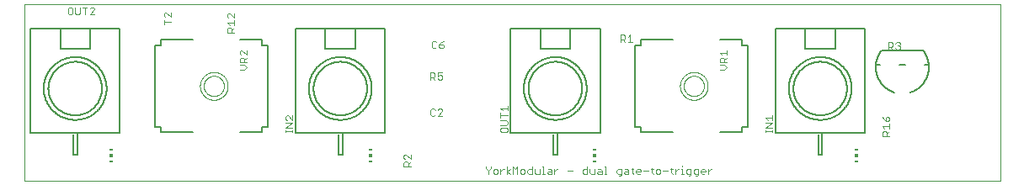
<source format=gto>
G75*
%MOIN*%
%OFA0B0*%
%FSLAX25Y25*%
%IPPOS*%
%LPD*%
%AMOC8*
5,1,8,0,0,1.08239X$1,22.5*
%
%ADD10C,0.00000*%
%ADD11C,0.00400*%
%ADD12C,0.00600*%
%ADD13C,0.00800*%
%ADD14C,0.00200*%
%ADD15R,0.01181X0.00591*%
%ADD16R,0.01181X0.01181*%
%ADD17C,0.00500*%
D10*
X0001000Y0005500D02*
X0001000Y0075461D01*
X0387201Y0075461D01*
X0387201Y0005500D01*
X0001000Y0005500D01*
D11*
X0104407Y0024616D02*
X0104407Y0025533D01*
X0104407Y0025074D02*
X0107159Y0025074D01*
X0107159Y0024616D02*
X0107159Y0025533D01*
X0107159Y0026549D02*
X0104407Y0026549D01*
X0107159Y0028384D01*
X0104407Y0028384D01*
X0104866Y0029449D02*
X0104407Y0029908D01*
X0104407Y0030825D01*
X0104866Y0031284D01*
X0105324Y0031284D01*
X0107159Y0029449D01*
X0107159Y0031284D01*
X0161773Y0031625D02*
X0162232Y0031166D01*
X0163149Y0031166D01*
X0163608Y0031625D01*
X0164673Y0031166D02*
X0166508Y0033001D01*
X0166508Y0033460D01*
X0166049Y0033918D01*
X0165132Y0033918D01*
X0164673Y0033460D01*
X0163608Y0033460D02*
X0163149Y0033918D01*
X0162232Y0033918D01*
X0161773Y0033460D01*
X0161773Y0031625D01*
X0164673Y0031166D02*
X0166508Y0031166D01*
X0189486Y0031333D02*
X0192238Y0031333D01*
X0189486Y0030416D02*
X0189486Y0032251D01*
X0190403Y0033316D02*
X0189486Y0034233D01*
X0192238Y0034233D01*
X0192238Y0033316D02*
X0192238Y0035151D01*
X0191779Y0029350D02*
X0189486Y0029350D01*
X0191779Y0029350D02*
X0192238Y0028892D01*
X0192238Y0027975D01*
X0191779Y0027516D01*
X0189486Y0027516D01*
X0189945Y0026450D02*
X0189486Y0025992D01*
X0189486Y0025074D01*
X0189945Y0024616D01*
X0191779Y0024616D01*
X0192238Y0025074D01*
X0192238Y0025992D01*
X0191779Y0026450D01*
X0189945Y0026450D01*
X0153848Y0015889D02*
X0153848Y0014054D01*
X0152013Y0015889D01*
X0151555Y0015889D01*
X0151096Y0015430D01*
X0151096Y0014513D01*
X0151555Y0014054D01*
X0151555Y0012989D02*
X0152472Y0012989D01*
X0152931Y0012530D01*
X0152931Y0011154D01*
X0153848Y0011154D02*
X0151096Y0011154D01*
X0151096Y0012530D01*
X0151555Y0012989D01*
X0152931Y0012071D02*
X0153848Y0012989D01*
X0183700Y0010952D02*
X0183700Y0010493D01*
X0184617Y0009576D01*
X0184617Y0008200D01*
X0184617Y0009576D02*
X0185535Y0010493D01*
X0185535Y0010952D01*
X0186600Y0009576D02*
X0187059Y0010035D01*
X0187976Y0010035D01*
X0188435Y0009576D01*
X0188435Y0008659D01*
X0187976Y0008200D01*
X0187059Y0008200D01*
X0186600Y0008659D01*
X0186600Y0009576D01*
X0189500Y0010035D02*
X0189500Y0008200D01*
X0189500Y0009117D02*
X0190418Y0010035D01*
X0190876Y0010035D01*
X0191917Y0010952D02*
X0191917Y0008200D01*
X0191917Y0009117D02*
X0193293Y0008200D01*
X0194334Y0008200D02*
X0194334Y0010952D01*
X0195251Y0010035D01*
X0196168Y0010952D01*
X0196168Y0008200D01*
X0197234Y0008659D02*
X0197692Y0008200D01*
X0198610Y0008200D01*
X0199068Y0008659D01*
X0199068Y0009576D01*
X0198610Y0010035D01*
X0197692Y0010035D01*
X0197234Y0009576D01*
X0197234Y0008659D01*
X0200134Y0008659D02*
X0200134Y0009576D01*
X0200593Y0010035D01*
X0201969Y0010035D01*
X0201969Y0010952D02*
X0201969Y0008200D01*
X0200593Y0008200D01*
X0200134Y0008659D01*
X0203034Y0008659D02*
X0203493Y0008200D01*
X0204869Y0008200D01*
X0204869Y0010035D01*
X0205934Y0010952D02*
X0206393Y0010952D01*
X0206393Y0008200D01*
X0206851Y0008200D02*
X0205934Y0008200D01*
X0207868Y0008659D02*
X0208326Y0009117D01*
X0209702Y0009117D01*
X0209702Y0009576D02*
X0209702Y0008200D01*
X0208326Y0008200D01*
X0207868Y0008659D01*
X0209244Y0010035D02*
X0209702Y0009576D01*
X0209244Y0010035D02*
X0208326Y0010035D01*
X0210768Y0010035D02*
X0210768Y0008200D01*
X0210768Y0009117D02*
X0211685Y0010035D01*
X0212144Y0010035D01*
X0216085Y0009576D02*
X0217919Y0009576D01*
X0221885Y0009576D02*
X0221885Y0008659D01*
X0222343Y0008200D01*
X0223719Y0008200D01*
X0223719Y0010952D01*
X0223719Y0010035D02*
X0222343Y0010035D01*
X0221885Y0009576D01*
X0224785Y0010035D02*
X0224785Y0008659D01*
X0225244Y0008200D01*
X0226620Y0008200D01*
X0226620Y0010035D01*
X0228144Y0010035D02*
X0229061Y0010035D01*
X0229520Y0009576D01*
X0229520Y0008200D01*
X0228144Y0008200D01*
X0227685Y0008659D01*
X0228144Y0009117D01*
X0229520Y0009117D01*
X0230585Y0008200D02*
X0231502Y0008200D01*
X0231044Y0008200D02*
X0231044Y0010952D01*
X0230585Y0010952D01*
X0235419Y0009576D02*
X0235419Y0008659D01*
X0235877Y0008200D01*
X0237253Y0008200D01*
X0237253Y0007741D02*
X0237253Y0010035D01*
X0235877Y0010035D01*
X0235419Y0009576D01*
X0238319Y0008659D02*
X0238777Y0009117D01*
X0240153Y0009117D01*
X0240153Y0009576D02*
X0240153Y0008200D01*
X0238777Y0008200D01*
X0238319Y0008659D01*
X0237253Y0007741D02*
X0236795Y0007283D01*
X0236336Y0007283D01*
X0241677Y0008659D02*
X0242136Y0008200D01*
X0241677Y0008659D02*
X0241677Y0010493D01*
X0241219Y0010035D02*
X0242136Y0010035D01*
X0243152Y0009576D02*
X0243611Y0010035D01*
X0244528Y0010035D01*
X0244987Y0009576D01*
X0244987Y0009117D01*
X0243152Y0009117D01*
X0243152Y0008659D02*
X0243152Y0009576D01*
X0243152Y0008659D02*
X0243611Y0008200D01*
X0244528Y0008200D01*
X0246052Y0009576D02*
X0247887Y0009576D01*
X0248952Y0010035D02*
X0249870Y0010035D01*
X0249411Y0010493D02*
X0249411Y0008659D01*
X0249870Y0008200D01*
X0250886Y0008659D02*
X0251345Y0008200D01*
X0252262Y0008200D01*
X0252721Y0008659D01*
X0252721Y0009576D01*
X0252262Y0010035D01*
X0251345Y0010035D01*
X0250886Y0009576D01*
X0250886Y0008659D01*
X0253786Y0009576D02*
X0255621Y0009576D01*
X0256686Y0010035D02*
X0257603Y0010035D01*
X0257145Y0010493D02*
X0257145Y0008659D01*
X0257603Y0008200D01*
X0258620Y0008200D02*
X0258620Y0010035D01*
X0259537Y0010035D02*
X0258620Y0009117D01*
X0259537Y0010035D02*
X0259995Y0010035D01*
X0261036Y0010035D02*
X0261495Y0010035D01*
X0261495Y0008200D01*
X0261036Y0008200D02*
X0261954Y0008200D01*
X0262970Y0008659D02*
X0263428Y0008200D01*
X0264804Y0008200D01*
X0264804Y0007741D02*
X0264804Y0010035D01*
X0263428Y0010035D01*
X0262970Y0009576D01*
X0262970Y0008659D01*
X0264346Y0007283D02*
X0264804Y0007741D01*
X0264346Y0007283D02*
X0263887Y0007283D01*
X0266787Y0007283D02*
X0267246Y0007283D01*
X0267704Y0007741D01*
X0267704Y0010035D01*
X0266328Y0010035D01*
X0265870Y0009576D01*
X0265870Y0008659D01*
X0266328Y0008200D01*
X0267704Y0008200D01*
X0268770Y0008659D02*
X0268770Y0009576D01*
X0269229Y0010035D01*
X0270146Y0010035D01*
X0270605Y0009576D01*
X0270605Y0009117D01*
X0268770Y0009117D01*
X0268770Y0008659D02*
X0269229Y0008200D01*
X0270146Y0008200D01*
X0271670Y0008200D02*
X0271670Y0010035D01*
X0272587Y0010035D02*
X0273046Y0010035D01*
X0272587Y0010035D02*
X0271670Y0009117D01*
X0261495Y0010952D02*
X0261495Y0011411D01*
X0240153Y0009576D02*
X0239695Y0010035D01*
X0238777Y0010035D01*
X0203034Y0010035D02*
X0203034Y0008659D01*
X0193293Y0010035D02*
X0191917Y0009117D01*
X0294368Y0024616D02*
X0294368Y0025533D01*
X0294368Y0025074D02*
X0297120Y0025074D01*
X0297120Y0024616D02*
X0297120Y0025533D01*
X0297120Y0026549D02*
X0294368Y0026549D01*
X0297120Y0028384D01*
X0294368Y0028384D01*
X0295285Y0029449D02*
X0294368Y0030367D01*
X0297120Y0030367D01*
X0297120Y0031284D02*
X0297120Y0029449D01*
X0340548Y0030835D02*
X0341007Y0029918D01*
X0341924Y0029000D01*
X0341924Y0030376D01*
X0342383Y0030835D01*
X0342841Y0030835D01*
X0343300Y0030376D01*
X0343300Y0029459D01*
X0342841Y0029000D01*
X0341924Y0029000D01*
X0343300Y0027935D02*
X0343300Y0026100D01*
X0343300Y0027017D02*
X0340548Y0027017D01*
X0341465Y0026100D01*
X0341007Y0025035D02*
X0341924Y0025035D01*
X0342383Y0024576D01*
X0342383Y0023200D01*
X0343300Y0023200D02*
X0340548Y0023200D01*
X0340548Y0024576D01*
X0341007Y0025035D01*
X0342383Y0024117D02*
X0343300Y0025035D01*
X0278950Y0050417D02*
X0278032Y0049500D01*
X0276198Y0049500D01*
X0278032Y0051334D02*
X0278950Y0050417D01*
X0278032Y0051334D02*
X0276198Y0051334D01*
X0276198Y0052400D02*
X0276198Y0053776D01*
X0276656Y0054234D01*
X0277574Y0054234D01*
X0278032Y0053776D01*
X0278032Y0052400D01*
X0278032Y0053317D02*
X0278950Y0054234D01*
X0278950Y0055300D02*
X0278950Y0057135D01*
X0278950Y0056217D02*
X0276198Y0056217D01*
X0277115Y0055300D01*
X0276198Y0052400D02*
X0278950Y0052400D01*
X0241721Y0060525D02*
X0239886Y0060525D01*
X0240803Y0060525D02*
X0240803Y0063277D01*
X0239886Y0062360D01*
X0238820Y0062818D02*
X0238820Y0061901D01*
X0238362Y0061442D01*
X0236986Y0061442D01*
X0237903Y0061442D02*
X0238820Y0060525D01*
X0236986Y0060525D02*
X0236986Y0063277D01*
X0238362Y0063277D01*
X0238820Y0062818D01*
X0166987Y0060847D02*
X0166070Y0060388D01*
X0165152Y0059471D01*
X0166528Y0059471D01*
X0166987Y0059012D01*
X0166987Y0058553D01*
X0166528Y0058095D01*
X0165611Y0058095D01*
X0165152Y0058553D01*
X0165152Y0059471D01*
X0164087Y0060388D02*
X0163628Y0060847D01*
X0162711Y0060847D01*
X0162252Y0060388D01*
X0162252Y0058553D01*
X0162711Y0058095D01*
X0163628Y0058095D01*
X0164087Y0058553D01*
X0164537Y0048254D02*
X0164537Y0046878D01*
X0165455Y0047337D01*
X0165913Y0047337D01*
X0166372Y0046878D01*
X0166372Y0045961D01*
X0165913Y0045502D01*
X0164996Y0045502D01*
X0164537Y0045961D01*
X0163472Y0045502D02*
X0162554Y0046420D01*
X0163013Y0046420D02*
X0161637Y0046420D01*
X0161637Y0045502D02*
X0161637Y0048254D01*
X0163013Y0048254D01*
X0163472Y0047796D01*
X0163472Y0046878D01*
X0163013Y0046420D01*
X0164537Y0048254D02*
X0166372Y0048254D01*
X0088950Y0050417D02*
X0088032Y0049500D01*
X0086198Y0049500D01*
X0088032Y0051334D02*
X0088950Y0050417D01*
X0088032Y0051334D02*
X0086198Y0051334D01*
X0086198Y0052400D02*
X0086198Y0053776D01*
X0086656Y0054234D01*
X0087574Y0054234D01*
X0088032Y0053776D01*
X0088032Y0052400D01*
X0088032Y0053317D02*
X0088950Y0054234D01*
X0088950Y0055300D02*
X0087115Y0057135D01*
X0086656Y0057135D01*
X0086198Y0056676D01*
X0086198Y0055759D01*
X0086656Y0055300D01*
X0088950Y0055300D02*
X0088950Y0057135D01*
X0088950Y0052400D02*
X0086198Y0052400D01*
X0084036Y0064213D02*
X0081284Y0064213D01*
X0081284Y0065589D01*
X0081743Y0066047D01*
X0082660Y0066047D01*
X0083119Y0065589D01*
X0083119Y0064213D01*
X0083119Y0065130D02*
X0084036Y0066047D01*
X0084036Y0067113D02*
X0084036Y0068948D01*
X0084036Y0070013D02*
X0082201Y0071848D01*
X0081743Y0071848D01*
X0081284Y0071389D01*
X0081284Y0070472D01*
X0081743Y0070013D01*
X0084036Y0070013D02*
X0084036Y0071848D01*
X0084036Y0068030D02*
X0081284Y0068030D01*
X0082201Y0067113D01*
X0058950Y0068317D02*
X0056198Y0068317D01*
X0056198Y0067400D02*
X0056198Y0069234D01*
X0056656Y0070300D02*
X0056198Y0070759D01*
X0056198Y0071676D01*
X0056656Y0072135D01*
X0057115Y0072135D01*
X0058950Y0070300D01*
X0058950Y0072135D01*
X0028719Y0071449D02*
X0026884Y0071449D01*
X0028719Y0073283D01*
X0028719Y0073742D01*
X0028260Y0074201D01*
X0027343Y0074201D01*
X0026884Y0073742D01*
X0025819Y0074201D02*
X0023984Y0074201D01*
X0024901Y0074201D02*
X0024901Y0071449D01*
X0022919Y0071907D02*
X0022919Y0074201D01*
X0021084Y0074201D02*
X0021084Y0071907D01*
X0021543Y0071449D01*
X0022460Y0071449D01*
X0022919Y0071907D01*
X0020018Y0071907D02*
X0020018Y0073742D01*
X0019560Y0074201D01*
X0018642Y0074201D01*
X0018184Y0073742D01*
X0018184Y0071907D01*
X0018642Y0071449D01*
X0019560Y0071449D01*
X0020018Y0071907D01*
X0342900Y0060302D02*
X0342900Y0057550D01*
X0342900Y0058468D02*
X0344276Y0058468D01*
X0344734Y0058926D01*
X0344734Y0059844D01*
X0344276Y0060302D01*
X0342900Y0060302D01*
X0345800Y0059844D02*
X0346259Y0060302D01*
X0347176Y0060302D01*
X0347635Y0059844D01*
X0347635Y0059385D01*
X0347176Y0058926D01*
X0347635Y0058468D01*
X0347635Y0058009D01*
X0347176Y0057550D01*
X0346259Y0057550D01*
X0345800Y0058009D01*
X0344734Y0057550D02*
X0343817Y0058468D01*
X0346717Y0058926D02*
X0347176Y0058926D01*
D12*
X0340252Y0057000D02*
X0356748Y0057000D01*
X0357374Y0051500D02*
X0358953Y0051500D01*
X0349626Y0051500D02*
X0347374Y0051500D01*
X0340252Y0057000D02*
X0340097Y0056798D01*
X0339947Y0056593D01*
X0339801Y0056384D01*
X0339661Y0056171D01*
X0339527Y0055956D01*
X0339397Y0055736D01*
X0339273Y0055514D01*
X0339154Y0055289D01*
X0339041Y0055061D01*
X0338933Y0054831D01*
X0338831Y0054598D01*
X0338734Y0054362D01*
X0338643Y0054125D01*
X0338558Y0053885D01*
X0338479Y0053643D01*
X0338406Y0053399D01*
X0338339Y0053154D01*
X0338278Y0052907D01*
X0338222Y0052658D01*
X0338173Y0052409D01*
X0338130Y0052158D01*
X0338093Y0051906D01*
X0338062Y0051653D01*
X0338037Y0051400D01*
X0338018Y0051146D01*
X0338005Y0050892D01*
X0337999Y0050638D01*
X0337999Y0050383D01*
X0338005Y0050129D01*
X0338017Y0049875D01*
X0338035Y0049621D01*
X0338059Y0049367D01*
X0338090Y0049115D01*
X0338126Y0048863D01*
X0338169Y0048612D01*
X0338218Y0048362D01*
X0338273Y0048114D01*
X0338334Y0047867D01*
X0338400Y0047621D01*
X0338473Y0047377D01*
X0338552Y0047135D01*
X0338636Y0046895D01*
X0338726Y0046657D01*
X0338822Y0046422D01*
X0338924Y0046188D01*
X0339031Y0045957D01*
X0339144Y0045729D01*
X0339263Y0045504D01*
X0339386Y0045282D01*
X0339516Y0045062D01*
X0339650Y0044846D01*
X0339790Y0044634D01*
X0339934Y0044424D01*
X0340084Y0044219D01*
X0340239Y0044016D01*
X0340398Y0043818D01*
X0340563Y0043624D01*
X0340732Y0043434D01*
X0340905Y0043247D01*
X0341083Y0043066D01*
X0341266Y0042888D01*
X0341452Y0042715D01*
X0341643Y0042546D01*
X0341838Y0042383D01*
X0342036Y0042224D01*
X0342239Y0042069D01*
X0342445Y0041920D01*
X0342655Y0041776D01*
X0342868Y0041637D01*
X0343084Y0041503D01*
X0343304Y0041375D01*
X0343527Y0041251D01*
X0343752Y0041134D01*
X0343981Y0041021D01*
X0344212Y0040915D01*
X0344445Y0040814D01*
X0344681Y0040718D01*
X0344919Y0040629D01*
X0345160Y0040545D01*
X0345402Y0040467D01*
X0351598Y0040467D02*
X0351840Y0040545D01*
X0352081Y0040629D01*
X0352319Y0040718D01*
X0352555Y0040814D01*
X0352788Y0040915D01*
X0353019Y0041021D01*
X0353248Y0041134D01*
X0353473Y0041251D01*
X0353696Y0041375D01*
X0353916Y0041503D01*
X0354132Y0041637D01*
X0354345Y0041776D01*
X0354555Y0041920D01*
X0354761Y0042069D01*
X0354964Y0042224D01*
X0355162Y0042383D01*
X0355357Y0042546D01*
X0355548Y0042715D01*
X0355734Y0042888D01*
X0355917Y0043066D01*
X0356095Y0043247D01*
X0356268Y0043434D01*
X0356437Y0043624D01*
X0356602Y0043818D01*
X0356761Y0044016D01*
X0356916Y0044219D01*
X0357066Y0044424D01*
X0357210Y0044634D01*
X0357350Y0044846D01*
X0357484Y0045062D01*
X0357614Y0045282D01*
X0357737Y0045504D01*
X0357856Y0045729D01*
X0357969Y0045957D01*
X0358076Y0046188D01*
X0358178Y0046422D01*
X0358274Y0046657D01*
X0358364Y0046895D01*
X0358448Y0047135D01*
X0358527Y0047377D01*
X0358600Y0047621D01*
X0358666Y0047867D01*
X0358727Y0048114D01*
X0358782Y0048362D01*
X0358831Y0048612D01*
X0358874Y0048863D01*
X0358910Y0049115D01*
X0358941Y0049367D01*
X0358965Y0049621D01*
X0358983Y0049875D01*
X0358995Y0050129D01*
X0359001Y0050383D01*
X0359001Y0050638D01*
X0358995Y0050892D01*
X0358982Y0051146D01*
X0358963Y0051400D01*
X0358938Y0051653D01*
X0358907Y0051906D01*
X0358870Y0052158D01*
X0358827Y0052409D01*
X0358778Y0052658D01*
X0358722Y0052907D01*
X0358661Y0053154D01*
X0358594Y0053399D01*
X0358521Y0053643D01*
X0358442Y0053885D01*
X0358357Y0054125D01*
X0358266Y0054362D01*
X0358169Y0054598D01*
X0358067Y0054831D01*
X0357959Y0055061D01*
X0357846Y0055289D01*
X0357727Y0055514D01*
X0357603Y0055736D01*
X0357473Y0055956D01*
X0357339Y0056171D01*
X0357199Y0056384D01*
X0357053Y0056593D01*
X0356903Y0056798D01*
X0356748Y0057000D01*
X0339626Y0051500D02*
X0338047Y0051500D01*
D13*
X0287260Y0059142D02*
X0285094Y0059142D01*
X0285094Y0061307D01*
X0276433Y0061307D01*
X0287260Y0059142D02*
X0287260Y0026858D01*
X0285094Y0026858D01*
X0285094Y0024693D01*
X0276433Y0024693D01*
X0257535Y0024693D02*
X0244937Y0024693D01*
X0244937Y0026858D01*
X0242772Y0026858D01*
X0242772Y0059142D01*
X0244937Y0059142D01*
X0244937Y0061307D01*
X0257535Y0061307D01*
X0097260Y0059142D02*
X0095094Y0059142D01*
X0095094Y0061307D01*
X0086433Y0061307D01*
X0097260Y0059142D02*
X0097260Y0026858D01*
X0095094Y0026858D01*
X0095094Y0024693D01*
X0086433Y0024693D01*
X0067535Y0024693D02*
X0054937Y0024693D01*
X0054937Y0026858D01*
X0052772Y0026858D01*
X0052772Y0059142D01*
X0054937Y0059142D01*
X0054937Y0061307D01*
X0067535Y0061307D01*
D14*
X0072000Y0043000D02*
X0072002Y0043126D01*
X0072008Y0043252D01*
X0072018Y0043378D01*
X0072032Y0043504D01*
X0072050Y0043629D01*
X0072072Y0043753D01*
X0072097Y0043877D01*
X0072127Y0044000D01*
X0072160Y0044121D01*
X0072198Y0044242D01*
X0072239Y0044361D01*
X0072284Y0044480D01*
X0072332Y0044596D01*
X0072384Y0044711D01*
X0072440Y0044824D01*
X0072500Y0044936D01*
X0072563Y0045045D01*
X0072629Y0045153D01*
X0072698Y0045258D01*
X0072771Y0045361D01*
X0072848Y0045462D01*
X0072927Y0045560D01*
X0073009Y0045656D01*
X0073095Y0045749D01*
X0073183Y0045840D01*
X0073274Y0045927D01*
X0073368Y0046012D01*
X0073464Y0046093D01*
X0073563Y0046172D01*
X0073664Y0046247D01*
X0073768Y0046319D01*
X0073874Y0046388D01*
X0073982Y0046454D01*
X0074092Y0046516D01*
X0074204Y0046574D01*
X0074317Y0046629D01*
X0074433Y0046680D01*
X0074550Y0046728D01*
X0074668Y0046772D01*
X0074788Y0046812D01*
X0074909Y0046848D01*
X0075031Y0046881D01*
X0075154Y0046910D01*
X0075278Y0046934D01*
X0075402Y0046955D01*
X0075527Y0046972D01*
X0075653Y0046985D01*
X0075779Y0046994D01*
X0075905Y0046999D01*
X0076032Y0047000D01*
X0076158Y0046997D01*
X0076284Y0046990D01*
X0076410Y0046979D01*
X0076535Y0046964D01*
X0076660Y0046945D01*
X0076784Y0046922D01*
X0076908Y0046896D01*
X0077030Y0046865D01*
X0077152Y0046831D01*
X0077272Y0046792D01*
X0077391Y0046750D01*
X0077509Y0046705D01*
X0077625Y0046655D01*
X0077740Y0046602D01*
X0077852Y0046545D01*
X0077963Y0046485D01*
X0078072Y0046421D01*
X0078179Y0046354D01*
X0078284Y0046284D01*
X0078387Y0046210D01*
X0078487Y0046133D01*
X0078585Y0046053D01*
X0078680Y0045970D01*
X0078772Y0045884D01*
X0078862Y0045795D01*
X0078949Y0045703D01*
X0079032Y0045609D01*
X0079113Y0045512D01*
X0079191Y0045412D01*
X0079266Y0045310D01*
X0079337Y0045206D01*
X0079405Y0045099D01*
X0079469Y0044991D01*
X0079530Y0044880D01*
X0079588Y0044768D01*
X0079642Y0044654D01*
X0079692Y0044538D01*
X0079739Y0044421D01*
X0079782Y0044302D01*
X0079821Y0044182D01*
X0079857Y0044061D01*
X0079888Y0043938D01*
X0079916Y0043815D01*
X0079940Y0043691D01*
X0079960Y0043566D01*
X0079976Y0043441D01*
X0079988Y0043315D01*
X0079996Y0043189D01*
X0080000Y0043063D01*
X0080000Y0042937D01*
X0079996Y0042811D01*
X0079988Y0042685D01*
X0079976Y0042559D01*
X0079960Y0042434D01*
X0079940Y0042309D01*
X0079916Y0042185D01*
X0079888Y0042062D01*
X0079857Y0041939D01*
X0079821Y0041818D01*
X0079782Y0041698D01*
X0079739Y0041579D01*
X0079692Y0041462D01*
X0079642Y0041346D01*
X0079588Y0041232D01*
X0079530Y0041120D01*
X0079469Y0041009D01*
X0079405Y0040901D01*
X0079337Y0040794D01*
X0079266Y0040690D01*
X0079191Y0040588D01*
X0079113Y0040488D01*
X0079032Y0040391D01*
X0078949Y0040297D01*
X0078862Y0040205D01*
X0078772Y0040116D01*
X0078680Y0040030D01*
X0078585Y0039947D01*
X0078487Y0039867D01*
X0078387Y0039790D01*
X0078284Y0039716D01*
X0078179Y0039646D01*
X0078072Y0039579D01*
X0077963Y0039515D01*
X0077852Y0039455D01*
X0077740Y0039398D01*
X0077625Y0039345D01*
X0077509Y0039295D01*
X0077391Y0039250D01*
X0077272Y0039208D01*
X0077152Y0039169D01*
X0077030Y0039135D01*
X0076908Y0039104D01*
X0076784Y0039078D01*
X0076660Y0039055D01*
X0076535Y0039036D01*
X0076410Y0039021D01*
X0076284Y0039010D01*
X0076158Y0039003D01*
X0076032Y0039000D01*
X0075905Y0039001D01*
X0075779Y0039006D01*
X0075653Y0039015D01*
X0075527Y0039028D01*
X0075402Y0039045D01*
X0075278Y0039066D01*
X0075154Y0039090D01*
X0075031Y0039119D01*
X0074909Y0039152D01*
X0074788Y0039188D01*
X0074668Y0039228D01*
X0074550Y0039272D01*
X0074433Y0039320D01*
X0074317Y0039371D01*
X0074204Y0039426D01*
X0074092Y0039484D01*
X0073982Y0039546D01*
X0073874Y0039612D01*
X0073768Y0039681D01*
X0073664Y0039753D01*
X0073563Y0039828D01*
X0073464Y0039907D01*
X0073368Y0039988D01*
X0073274Y0040073D01*
X0073183Y0040160D01*
X0073095Y0040251D01*
X0073009Y0040344D01*
X0072927Y0040440D01*
X0072848Y0040538D01*
X0072771Y0040639D01*
X0072698Y0040742D01*
X0072629Y0040847D01*
X0072563Y0040955D01*
X0072500Y0041064D01*
X0072440Y0041176D01*
X0072384Y0041289D01*
X0072332Y0041404D01*
X0072284Y0041520D01*
X0072239Y0041639D01*
X0072198Y0041758D01*
X0072160Y0041879D01*
X0072127Y0042000D01*
X0072097Y0042123D01*
X0072072Y0042247D01*
X0072050Y0042371D01*
X0072032Y0042496D01*
X0072018Y0042622D01*
X0072008Y0042748D01*
X0072002Y0042874D01*
X0072000Y0043000D01*
X0070500Y0043000D02*
X0070502Y0043148D01*
X0070508Y0043296D01*
X0070518Y0043444D01*
X0070532Y0043592D01*
X0070550Y0043739D01*
X0070572Y0043886D01*
X0070598Y0044032D01*
X0070627Y0044177D01*
X0070661Y0044322D01*
X0070699Y0044465D01*
X0070740Y0044608D01*
X0070785Y0044749D01*
X0070835Y0044889D01*
X0070887Y0045027D01*
X0070944Y0045165D01*
X0071004Y0045300D01*
X0071068Y0045434D01*
X0071135Y0045566D01*
X0071206Y0045696D01*
X0071281Y0045825D01*
X0071359Y0045951D01*
X0071440Y0046075D01*
X0071524Y0046197D01*
X0071612Y0046316D01*
X0071703Y0046433D01*
X0071797Y0046548D01*
X0071895Y0046660D01*
X0071995Y0046769D01*
X0072098Y0046876D01*
X0072204Y0046980D01*
X0072312Y0047081D01*
X0072424Y0047179D01*
X0072538Y0047274D01*
X0072654Y0047365D01*
X0072773Y0047454D01*
X0072894Y0047539D01*
X0073018Y0047621D01*
X0073144Y0047700D01*
X0073271Y0047775D01*
X0073401Y0047847D01*
X0073533Y0047916D01*
X0073666Y0047980D01*
X0073801Y0048041D01*
X0073938Y0048099D01*
X0074076Y0048153D01*
X0074216Y0048203D01*
X0074357Y0048249D01*
X0074499Y0048291D01*
X0074642Y0048330D01*
X0074786Y0048364D01*
X0074932Y0048395D01*
X0075077Y0048422D01*
X0075224Y0048445D01*
X0075371Y0048464D01*
X0075519Y0048479D01*
X0075666Y0048490D01*
X0075815Y0048497D01*
X0075963Y0048500D01*
X0076111Y0048499D01*
X0076259Y0048494D01*
X0076407Y0048485D01*
X0076555Y0048472D01*
X0076703Y0048455D01*
X0076849Y0048434D01*
X0076996Y0048409D01*
X0077141Y0048380D01*
X0077286Y0048348D01*
X0077429Y0048311D01*
X0077572Y0048271D01*
X0077714Y0048226D01*
X0077854Y0048178D01*
X0077993Y0048126D01*
X0078130Y0048071D01*
X0078266Y0048011D01*
X0078401Y0047948D01*
X0078533Y0047882D01*
X0078664Y0047812D01*
X0078793Y0047738D01*
X0078919Y0047661D01*
X0079044Y0047581D01*
X0079166Y0047497D01*
X0079287Y0047410D01*
X0079404Y0047320D01*
X0079520Y0047226D01*
X0079632Y0047130D01*
X0079742Y0047031D01*
X0079850Y0046928D01*
X0079954Y0046823D01*
X0080056Y0046715D01*
X0080154Y0046604D01*
X0080250Y0046491D01*
X0080343Y0046375D01*
X0080432Y0046257D01*
X0080518Y0046136D01*
X0080601Y0046013D01*
X0080681Y0045888D01*
X0080757Y0045761D01*
X0080830Y0045631D01*
X0080899Y0045500D01*
X0080964Y0045367D01*
X0081027Y0045233D01*
X0081085Y0045096D01*
X0081140Y0044958D01*
X0081190Y0044819D01*
X0081238Y0044678D01*
X0081281Y0044537D01*
X0081321Y0044394D01*
X0081356Y0044250D01*
X0081388Y0044105D01*
X0081416Y0043959D01*
X0081440Y0043813D01*
X0081460Y0043666D01*
X0081476Y0043518D01*
X0081488Y0043371D01*
X0081496Y0043222D01*
X0081500Y0043074D01*
X0081500Y0042926D01*
X0081496Y0042778D01*
X0081488Y0042629D01*
X0081476Y0042482D01*
X0081460Y0042334D01*
X0081440Y0042187D01*
X0081416Y0042041D01*
X0081388Y0041895D01*
X0081356Y0041750D01*
X0081321Y0041606D01*
X0081281Y0041463D01*
X0081238Y0041322D01*
X0081190Y0041181D01*
X0081140Y0041042D01*
X0081085Y0040904D01*
X0081027Y0040767D01*
X0080964Y0040633D01*
X0080899Y0040500D01*
X0080830Y0040369D01*
X0080757Y0040239D01*
X0080681Y0040112D01*
X0080601Y0039987D01*
X0080518Y0039864D01*
X0080432Y0039743D01*
X0080343Y0039625D01*
X0080250Y0039509D01*
X0080154Y0039396D01*
X0080056Y0039285D01*
X0079954Y0039177D01*
X0079850Y0039072D01*
X0079742Y0038969D01*
X0079632Y0038870D01*
X0079520Y0038774D01*
X0079404Y0038680D01*
X0079287Y0038590D01*
X0079166Y0038503D01*
X0079044Y0038419D01*
X0078919Y0038339D01*
X0078793Y0038262D01*
X0078664Y0038188D01*
X0078533Y0038118D01*
X0078401Y0038052D01*
X0078266Y0037989D01*
X0078130Y0037929D01*
X0077993Y0037874D01*
X0077854Y0037822D01*
X0077714Y0037774D01*
X0077572Y0037729D01*
X0077429Y0037689D01*
X0077286Y0037652D01*
X0077141Y0037620D01*
X0076996Y0037591D01*
X0076849Y0037566D01*
X0076703Y0037545D01*
X0076555Y0037528D01*
X0076407Y0037515D01*
X0076259Y0037506D01*
X0076111Y0037501D01*
X0075963Y0037500D01*
X0075815Y0037503D01*
X0075666Y0037510D01*
X0075519Y0037521D01*
X0075371Y0037536D01*
X0075224Y0037555D01*
X0075077Y0037578D01*
X0074932Y0037605D01*
X0074786Y0037636D01*
X0074642Y0037670D01*
X0074499Y0037709D01*
X0074357Y0037751D01*
X0074216Y0037797D01*
X0074076Y0037847D01*
X0073938Y0037901D01*
X0073801Y0037959D01*
X0073666Y0038020D01*
X0073533Y0038084D01*
X0073401Y0038153D01*
X0073271Y0038225D01*
X0073144Y0038300D01*
X0073018Y0038379D01*
X0072894Y0038461D01*
X0072773Y0038546D01*
X0072654Y0038635D01*
X0072538Y0038726D01*
X0072424Y0038821D01*
X0072312Y0038919D01*
X0072204Y0039020D01*
X0072098Y0039124D01*
X0071995Y0039231D01*
X0071895Y0039340D01*
X0071797Y0039452D01*
X0071703Y0039567D01*
X0071612Y0039684D01*
X0071524Y0039803D01*
X0071440Y0039925D01*
X0071359Y0040049D01*
X0071281Y0040175D01*
X0071206Y0040304D01*
X0071135Y0040434D01*
X0071068Y0040566D01*
X0071004Y0040700D01*
X0070944Y0040835D01*
X0070887Y0040973D01*
X0070835Y0041111D01*
X0070785Y0041251D01*
X0070740Y0041392D01*
X0070699Y0041535D01*
X0070661Y0041678D01*
X0070627Y0041823D01*
X0070598Y0041968D01*
X0070572Y0042114D01*
X0070550Y0042261D01*
X0070532Y0042408D01*
X0070518Y0042556D01*
X0070508Y0042704D01*
X0070502Y0042852D01*
X0070500Y0043000D01*
X0262000Y0043000D02*
X0262002Y0043126D01*
X0262008Y0043252D01*
X0262018Y0043378D01*
X0262032Y0043504D01*
X0262050Y0043629D01*
X0262072Y0043753D01*
X0262097Y0043877D01*
X0262127Y0044000D01*
X0262160Y0044121D01*
X0262198Y0044242D01*
X0262239Y0044361D01*
X0262284Y0044480D01*
X0262332Y0044596D01*
X0262384Y0044711D01*
X0262440Y0044824D01*
X0262500Y0044936D01*
X0262563Y0045045D01*
X0262629Y0045153D01*
X0262698Y0045258D01*
X0262771Y0045361D01*
X0262848Y0045462D01*
X0262927Y0045560D01*
X0263009Y0045656D01*
X0263095Y0045749D01*
X0263183Y0045840D01*
X0263274Y0045927D01*
X0263368Y0046012D01*
X0263464Y0046093D01*
X0263563Y0046172D01*
X0263664Y0046247D01*
X0263768Y0046319D01*
X0263874Y0046388D01*
X0263982Y0046454D01*
X0264092Y0046516D01*
X0264204Y0046574D01*
X0264317Y0046629D01*
X0264433Y0046680D01*
X0264550Y0046728D01*
X0264668Y0046772D01*
X0264788Y0046812D01*
X0264909Y0046848D01*
X0265031Y0046881D01*
X0265154Y0046910D01*
X0265278Y0046934D01*
X0265402Y0046955D01*
X0265527Y0046972D01*
X0265653Y0046985D01*
X0265779Y0046994D01*
X0265905Y0046999D01*
X0266032Y0047000D01*
X0266158Y0046997D01*
X0266284Y0046990D01*
X0266410Y0046979D01*
X0266535Y0046964D01*
X0266660Y0046945D01*
X0266784Y0046922D01*
X0266908Y0046896D01*
X0267030Y0046865D01*
X0267152Y0046831D01*
X0267272Y0046792D01*
X0267391Y0046750D01*
X0267509Y0046705D01*
X0267625Y0046655D01*
X0267740Y0046602D01*
X0267852Y0046545D01*
X0267963Y0046485D01*
X0268072Y0046421D01*
X0268179Y0046354D01*
X0268284Y0046284D01*
X0268387Y0046210D01*
X0268487Y0046133D01*
X0268585Y0046053D01*
X0268680Y0045970D01*
X0268772Y0045884D01*
X0268862Y0045795D01*
X0268949Y0045703D01*
X0269032Y0045609D01*
X0269113Y0045512D01*
X0269191Y0045412D01*
X0269266Y0045310D01*
X0269337Y0045206D01*
X0269405Y0045099D01*
X0269469Y0044991D01*
X0269530Y0044880D01*
X0269588Y0044768D01*
X0269642Y0044654D01*
X0269692Y0044538D01*
X0269739Y0044421D01*
X0269782Y0044302D01*
X0269821Y0044182D01*
X0269857Y0044061D01*
X0269888Y0043938D01*
X0269916Y0043815D01*
X0269940Y0043691D01*
X0269960Y0043566D01*
X0269976Y0043441D01*
X0269988Y0043315D01*
X0269996Y0043189D01*
X0270000Y0043063D01*
X0270000Y0042937D01*
X0269996Y0042811D01*
X0269988Y0042685D01*
X0269976Y0042559D01*
X0269960Y0042434D01*
X0269940Y0042309D01*
X0269916Y0042185D01*
X0269888Y0042062D01*
X0269857Y0041939D01*
X0269821Y0041818D01*
X0269782Y0041698D01*
X0269739Y0041579D01*
X0269692Y0041462D01*
X0269642Y0041346D01*
X0269588Y0041232D01*
X0269530Y0041120D01*
X0269469Y0041009D01*
X0269405Y0040901D01*
X0269337Y0040794D01*
X0269266Y0040690D01*
X0269191Y0040588D01*
X0269113Y0040488D01*
X0269032Y0040391D01*
X0268949Y0040297D01*
X0268862Y0040205D01*
X0268772Y0040116D01*
X0268680Y0040030D01*
X0268585Y0039947D01*
X0268487Y0039867D01*
X0268387Y0039790D01*
X0268284Y0039716D01*
X0268179Y0039646D01*
X0268072Y0039579D01*
X0267963Y0039515D01*
X0267852Y0039455D01*
X0267740Y0039398D01*
X0267625Y0039345D01*
X0267509Y0039295D01*
X0267391Y0039250D01*
X0267272Y0039208D01*
X0267152Y0039169D01*
X0267030Y0039135D01*
X0266908Y0039104D01*
X0266784Y0039078D01*
X0266660Y0039055D01*
X0266535Y0039036D01*
X0266410Y0039021D01*
X0266284Y0039010D01*
X0266158Y0039003D01*
X0266032Y0039000D01*
X0265905Y0039001D01*
X0265779Y0039006D01*
X0265653Y0039015D01*
X0265527Y0039028D01*
X0265402Y0039045D01*
X0265278Y0039066D01*
X0265154Y0039090D01*
X0265031Y0039119D01*
X0264909Y0039152D01*
X0264788Y0039188D01*
X0264668Y0039228D01*
X0264550Y0039272D01*
X0264433Y0039320D01*
X0264317Y0039371D01*
X0264204Y0039426D01*
X0264092Y0039484D01*
X0263982Y0039546D01*
X0263874Y0039612D01*
X0263768Y0039681D01*
X0263664Y0039753D01*
X0263563Y0039828D01*
X0263464Y0039907D01*
X0263368Y0039988D01*
X0263274Y0040073D01*
X0263183Y0040160D01*
X0263095Y0040251D01*
X0263009Y0040344D01*
X0262927Y0040440D01*
X0262848Y0040538D01*
X0262771Y0040639D01*
X0262698Y0040742D01*
X0262629Y0040847D01*
X0262563Y0040955D01*
X0262500Y0041064D01*
X0262440Y0041176D01*
X0262384Y0041289D01*
X0262332Y0041404D01*
X0262284Y0041520D01*
X0262239Y0041639D01*
X0262198Y0041758D01*
X0262160Y0041879D01*
X0262127Y0042000D01*
X0262097Y0042123D01*
X0262072Y0042247D01*
X0262050Y0042371D01*
X0262032Y0042496D01*
X0262018Y0042622D01*
X0262008Y0042748D01*
X0262002Y0042874D01*
X0262000Y0043000D01*
X0260500Y0043000D02*
X0260502Y0043148D01*
X0260508Y0043296D01*
X0260518Y0043444D01*
X0260532Y0043592D01*
X0260550Y0043739D01*
X0260572Y0043886D01*
X0260598Y0044032D01*
X0260627Y0044177D01*
X0260661Y0044322D01*
X0260699Y0044465D01*
X0260740Y0044608D01*
X0260785Y0044749D01*
X0260835Y0044889D01*
X0260887Y0045027D01*
X0260944Y0045165D01*
X0261004Y0045300D01*
X0261068Y0045434D01*
X0261135Y0045566D01*
X0261206Y0045696D01*
X0261281Y0045825D01*
X0261359Y0045951D01*
X0261440Y0046075D01*
X0261524Y0046197D01*
X0261612Y0046316D01*
X0261703Y0046433D01*
X0261797Y0046548D01*
X0261895Y0046660D01*
X0261995Y0046769D01*
X0262098Y0046876D01*
X0262204Y0046980D01*
X0262312Y0047081D01*
X0262424Y0047179D01*
X0262538Y0047274D01*
X0262654Y0047365D01*
X0262773Y0047454D01*
X0262894Y0047539D01*
X0263018Y0047621D01*
X0263144Y0047700D01*
X0263271Y0047775D01*
X0263401Y0047847D01*
X0263533Y0047916D01*
X0263666Y0047980D01*
X0263801Y0048041D01*
X0263938Y0048099D01*
X0264076Y0048153D01*
X0264216Y0048203D01*
X0264357Y0048249D01*
X0264499Y0048291D01*
X0264642Y0048330D01*
X0264786Y0048364D01*
X0264932Y0048395D01*
X0265077Y0048422D01*
X0265224Y0048445D01*
X0265371Y0048464D01*
X0265519Y0048479D01*
X0265666Y0048490D01*
X0265815Y0048497D01*
X0265963Y0048500D01*
X0266111Y0048499D01*
X0266259Y0048494D01*
X0266407Y0048485D01*
X0266555Y0048472D01*
X0266703Y0048455D01*
X0266849Y0048434D01*
X0266996Y0048409D01*
X0267141Y0048380D01*
X0267286Y0048348D01*
X0267429Y0048311D01*
X0267572Y0048271D01*
X0267714Y0048226D01*
X0267854Y0048178D01*
X0267993Y0048126D01*
X0268130Y0048071D01*
X0268266Y0048011D01*
X0268401Y0047948D01*
X0268533Y0047882D01*
X0268664Y0047812D01*
X0268793Y0047738D01*
X0268919Y0047661D01*
X0269044Y0047581D01*
X0269166Y0047497D01*
X0269287Y0047410D01*
X0269404Y0047320D01*
X0269520Y0047226D01*
X0269632Y0047130D01*
X0269742Y0047031D01*
X0269850Y0046928D01*
X0269954Y0046823D01*
X0270056Y0046715D01*
X0270154Y0046604D01*
X0270250Y0046491D01*
X0270343Y0046375D01*
X0270432Y0046257D01*
X0270518Y0046136D01*
X0270601Y0046013D01*
X0270681Y0045888D01*
X0270757Y0045761D01*
X0270830Y0045631D01*
X0270899Y0045500D01*
X0270964Y0045367D01*
X0271027Y0045233D01*
X0271085Y0045096D01*
X0271140Y0044958D01*
X0271190Y0044819D01*
X0271238Y0044678D01*
X0271281Y0044537D01*
X0271321Y0044394D01*
X0271356Y0044250D01*
X0271388Y0044105D01*
X0271416Y0043959D01*
X0271440Y0043813D01*
X0271460Y0043666D01*
X0271476Y0043518D01*
X0271488Y0043371D01*
X0271496Y0043222D01*
X0271500Y0043074D01*
X0271500Y0042926D01*
X0271496Y0042778D01*
X0271488Y0042629D01*
X0271476Y0042482D01*
X0271460Y0042334D01*
X0271440Y0042187D01*
X0271416Y0042041D01*
X0271388Y0041895D01*
X0271356Y0041750D01*
X0271321Y0041606D01*
X0271281Y0041463D01*
X0271238Y0041322D01*
X0271190Y0041181D01*
X0271140Y0041042D01*
X0271085Y0040904D01*
X0271027Y0040767D01*
X0270964Y0040633D01*
X0270899Y0040500D01*
X0270830Y0040369D01*
X0270757Y0040239D01*
X0270681Y0040112D01*
X0270601Y0039987D01*
X0270518Y0039864D01*
X0270432Y0039743D01*
X0270343Y0039625D01*
X0270250Y0039509D01*
X0270154Y0039396D01*
X0270056Y0039285D01*
X0269954Y0039177D01*
X0269850Y0039072D01*
X0269742Y0038969D01*
X0269632Y0038870D01*
X0269520Y0038774D01*
X0269404Y0038680D01*
X0269287Y0038590D01*
X0269166Y0038503D01*
X0269044Y0038419D01*
X0268919Y0038339D01*
X0268793Y0038262D01*
X0268664Y0038188D01*
X0268533Y0038118D01*
X0268401Y0038052D01*
X0268266Y0037989D01*
X0268130Y0037929D01*
X0267993Y0037874D01*
X0267854Y0037822D01*
X0267714Y0037774D01*
X0267572Y0037729D01*
X0267429Y0037689D01*
X0267286Y0037652D01*
X0267141Y0037620D01*
X0266996Y0037591D01*
X0266849Y0037566D01*
X0266703Y0037545D01*
X0266555Y0037528D01*
X0266407Y0037515D01*
X0266259Y0037506D01*
X0266111Y0037501D01*
X0265963Y0037500D01*
X0265815Y0037503D01*
X0265666Y0037510D01*
X0265519Y0037521D01*
X0265371Y0037536D01*
X0265224Y0037555D01*
X0265077Y0037578D01*
X0264932Y0037605D01*
X0264786Y0037636D01*
X0264642Y0037670D01*
X0264499Y0037709D01*
X0264357Y0037751D01*
X0264216Y0037797D01*
X0264076Y0037847D01*
X0263938Y0037901D01*
X0263801Y0037959D01*
X0263666Y0038020D01*
X0263533Y0038084D01*
X0263401Y0038153D01*
X0263271Y0038225D01*
X0263144Y0038300D01*
X0263018Y0038379D01*
X0262894Y0038461D01*
X0262773Y0038546D01*
X0262654Y0038635D01*
X0262538Y0038726D01*
X0262424Y0038821D01*
X0262312Y0038919D01*
X0262204Y0039020D01*
X0262098Y0039124D01*
X0261995Y0039231D01*
X0261895Y0039340D01*
X0261797Y0039452D01*
X0261703Y0039567D01*
X0261612Y0039684D01*
X0261524Y0039803D01*
X0261440Y0039925D01*
X0261359Y0040049D01*
X0261281Y0040175D01*
X0261206Y0040304D01*
X0261135Y0040434D01*
X0261068Y0040566D01*
X0261004Y0040700D01*
X0260944Y0040835D01*
X0260887Y0040973D01*
X0260835Y0041111D01*
X0260785Y0041251D01*
X0260740Y0041392D01*
X0260699Y0041535D01*
X0260661Y0041678D01*
X0260627Y0041823D01*
X0260598Y0041968D01*
X0260572Y0042114D01*
X0260550Y0042261D01*
X0260532Y0042408D01*
X0260518Y0042556D01*
X0260508Y0042704D01*
X0260502Y0042852D01*
X0260500Y0043000D01*
D15*
X0226591Y0017862D03*
X0226591Y0013138D03*
X0137909Y0013138D03*
X0137909Y0017862D03*
X0035409Y0017862D03*
X0035409Y0013138D03*
X0330409Y0013138D03*
X0330409Y0017862D03*
D16*
X0330409Y0015500D03*
X0226591Y0015500D03*
X0137909Y0015500D03*
X0035409Y0015500D03*
D17*
X0021886Y0015638D02*
X0021886Y0024299D01*
X0038815Y0024299D01*
X0038815Y0065638D01*
X0027004Y0065638D01*
X0027004Y0057764D01*
X0015193Y0057764D01*
X0015193Y0065638D01*
X0027004Y0065638D01*
X0015193Y0065638D02*
X0003382Y0065638D01*
X0003382Y0024299D01*
X0021886Y0024299D01*
X0020311Y0023906D02*
X0020311Y0015638D01*
X0021886Y0015638D01*
X0108343Y0024299D02*
X0126846Y0024299D01*
X0126846Y0015638D01*
X0125272Y0015638D01*
X0125272Y0023906D01*
X0126846Y0024299D02*
X0143776Y0024299D01*
X0143776Y0065638D01*
X0131965Y0065638D01*
X0131965Y0057764D01*
X0120154Y0057764D01*
X0120154Y0065638D01*
X0131965Y0065638D01*
X0120154Y0065638D02*
X0108343Y0065638D01*
X0108343Y0024299D01*
X0193421Y0024299D02*
X0211925Y0024299D01*
X0211925Y0015638D01*
X0210350Y0015638D01*
X0210350Y0023906D01*
X0211925Y0024299D02*
X0228854Y0024299D01*
X0228854Y0065638D01*
X0217043Y0065638D01*
X0217043Y0057764D01*
X0205232Y0057764D01*
X0205232Y0065638D01*
X0217043Y0065638D01*
X0205232Y0065638D02*
X0193421Y0065638D01*
X0193421Y0024299D01*
X0200545Y0042016D02*
X0200548Y0042276D01*
X0200558Y0042536D01*
X0200574Y0042795D01*
X0200596Y0043054D01*
X0200625Y0043313D01*
X0200660Y0043570D01*
X0200701Y0043827D01*
X0200749Y0044083D01*
X0200802Y0044337D01*
X0200862Y0044590D01*
X0200929Y0044841D01*
X0201001Y0045091D01*
X0201080Y0045339D01*
X0201164Y0045585D01*
X0201255Y0045828D01*
X0201351Y0046070D01*
X0201454Y0046309D01*
X0201562Y0046545D01*
X0201676Y0046779D01*
X0201796Y0047010D01*
X0201921Y0047237D01*
X0202052Y0047462D01*
X0202188Y0047683D01*
X0202330Y0047901D01*
X0202477Y0048116D01*
X0202630Y0048326D01*
X0202787Y0048533D01*
X0202950Y0048736D01*
X0203117Y0048935D01*
X0203289Y0049130D01*
X0203466Y0049320D01*
X0203648Y0049506D01*
X0203834Y0049688D01*
X0204024Y0049865D01*
X0204219Y0050037D01*
X0204418Y0050204D01*
X0204621Y0050367D01*
X0204828Y0050524D01*
X0205038Y0050677D01*
X0205253Y0050824D01*
X0205471Y0050966D01*
X0205692Y0051102D01*
X0205917Y0051233D01*
X0206144Y0051358D01*
X0206375Y0051478D01*
X0206609Y0051592D01*
X0206845Y0051700D01*
X0207084Y0051803D01*
X0207326Y0051899D01*
X0207569Y0051990D01*
X0207815Y0052074D01*
X0208063Y0052153D01*
X0208313Y0052225D01*
X0208564Y0052292D01*
X0208817Y0052352D01*
X0209071Y0052405D01*
X0209327Y0052453D01*
X0209584Y0052494D01*
X0209841Y0052529D01*
X0210100Y0052558D01*
X0210359Y0052580D01*
X0210618Y0052596D01*
X0210878Y0052606D01*
X0211138Y0052609D01*
X0211398Y0052606D01*
X0211658Y0052596D01*
X0211917Y0052580D01*
X0212176Y0052558D01*
X0212435Y0052529D01*
X0212692Y0052494D01*
X0212949Y0052453D01*
X0213205Y0052405D01*
X0213459Y0052352D01*
X0213712Y0052292D01*
X0213963Y0052225D01*
X0214213Y0052153D01*
X0214461Y0052074D01*
X0214707Y0051990D01*
X0214950Y0051899D01*
X0215192Y0051803D01*
X0215431Y0051700D01*
X0215667Y0051592D01*
X0215901Y0051478D01*
X0216132Y0051358D01*
X0216359Y0051233D01*
X0216584Y0051102D01*
X0216805Y0050966D01*
X0217023Y0050824D01*
X0217238Y0050677D01*
X0217448Y0050524D01*
X0217655Y0050367D01*
X0217858Y0050204D01*
X0218057Y0050037D01*
X0218252Y0049865D01*
X0218442Y0049688D01*
X0218628Y0049506D01*
X0218810Y0049320D01*
X0218987Y0049130D01*
X0219159Y0048935D01*
X0219326Y0048736D01*
X0219489Y0048533D01*
X0219646Y0048326D01*
X0219799Y0048116D01*
X0219946Y0047901D01*
X0220088Y0047683D01*
X0220224Y0047462D01*
X0220355Y0047237D01*
X0220480Y0047010D01*
X0220600Y0046779D01*
X0220714Y0046545D01*
X0220822Y0046309D01*
X0220925Y0046070D01*
X0221021Y0045828D01*
X0221112Y0045585D01*
X0221196Y0045339D01*
X0221275Y0045091D01*
X0221347Y0044841D01*
X0221414Y0044590D01*
X0221474Y0044337D01*
X0221527Y0044083D01*
X0221575Y0043827D01*
X0221616Y0043570D01*
X0221651Y0043313D01*
X0221680Y0043054D01*
X0221702Y0042795D01*
X0221718Y0042536D01*
X0221728Y0042276D01*
X0221731Y0042016D01*
X0221728Y0041756D01*
X0221718Y0041496D01*
X0221702Y0041237D01*
X0221680Y0040978D01*
X0221651Y0040719D01*
X0221616Y0040462D01*
X0221575Y0040205D01*
X0221527Y0039949D01*
X0221474Y0039695D01*
X0221414Y0039442D01*
X0221347Y0039191D01*
X0221275Y0038941D01*
X0221196Y0038693D01*
X0221112Y0038447D01*
X0221021Y0038204D01*
X0220925Y0037962D01*
X0220822Y0037723D01*
X0220714Y0037487D01*
X0220600Y0037253D01*
X0220480Y0037022D01*
X0220355Y0036795D01*
X0220224Y0036570D01*
X0220088Y0036349D01*
X0219946Y0036131D01*
X0219799Y0035916D01*
X0219646Y0035706D01*
X0219489Y0035499D01*
X0219326Y0035296D01*
X0219159Y0035097D01*
X0218987Y0034902D01*
X0218810Y0034712D01*
X0218628Y0034526D01*
X0218442Y0034344D01*
X0218252Y0034167D01*
X0218057Y0033995D01*
X0217858Y0033828D01*
X0217655Y0033665D01*
X0217448Y0033508D01*
X0217238Y0033355D01*
X0217023Y0033208D01*
X0216805Y0033066D01*
X0216584Y0032930D01*
X0216359Y0032799D01*
X0216132Y0032674D01*
X0215901Y0032554D01*
X0215667Y0032440D01*
X0215431Y0032332D01*
X0215192Y0032229D01*
X0214950Y0032133D01*
X0214707Y0032042D01*
X0214461Y0031958D01*
X0214213Y0031879D01*
X0213963Y0031807D01*
X0213712Y0031740D01*
X0213459Y0031680D01*
X0213205Y0031627D01*
X0212949Y0031579D01*
X0212692Y0031538D01*
X0212435Y0031503D01*
X0212176Y0031474D01*
X0211917Y0031452D01*
X0211658Y0031436D01*
X0211398Y0031426D01*
X0211138Y0031423D01*
X0210878Y0031426D01*
X0210618Y0031436D01*
X0210359Y0031452D01*
X0210100Y0031474D01*
X0209841Y0031503D01*
X0209584Y0031538D01*
X0209327Y0031579D01*
X0209071Y0031627D01*
X0208817Y0031680D01*
X0208564Y0031740D01*
X0208313Y0031807D01*
X0208063Y0031879D01*
X0207815Y0031958D01*
X0207569Y0032042D01*
X0207326Y0032133D01*
X0207084Y0032229D01*
X0206845Y0032332D01*
X0206609Y0032440D01*
X0206375Y0032554D01*
X0206144Y0032674D01*
X0205917Y0032799D01*
X0205692Y0032930D01*
X0205471Y0033066D01*
X0205253Y0033208D01*
X0205038Y0033355D01*
X0204828Y0033508D01*
X0204621Y0033665D01*
X0204418Y0033828D01*
X0204219Y0033995D01*
X0204024Y0034167D01*
X0203834Y0034344D01*
X0203648Y0034526D01*
X0203466Y0034712D01*
X0203289Y0034902D01*
X0203117Y0035097D01*
X0202950Y0035296D01*
X0202787Y0035499D01*
X0202630Y0035706D01*
X0202477Y0035916D01*
X0202330Y0036131D01*
X0202188Y0036349D01*
X0202052Y0036570D01*
X0201921Y0036795D01*
X0201796Y0037022D01*
X0201676Y0037253D01*
X0201562Y0037487D01*
X0201454Y0037723D01*
X0201351Y0037962D01*
X0201255Y0038204D01*
X0201164Y0038447D01*
X0201080Y0038693D01*
X0201001Y0038941D01*
X0200929Y0039191D01*
X0200862Y0039442D01*
X0200802Y0039695D01*
X0200749Y0039949D01*
X0200701Y0040205D01*
X0200660Y0040462D01*
X0200625Y0040719D01*
X0200596Y0040978D01*
X0200574Y0041237D01*
X0200558Y0041496D01*
X0200548Y0041756D01*
X0200545Y0042016D01*
X0198688Y0042016D02*
X0198692Y0042322D01*
X0198703Y0042627D01*
X0198722Y0042932D01*
X0198748Y0043236D01*
X0198782Y0043540D01*
X0198823Y0043843D01*
X0198871Y0044144D01*
X0198927Y0044445D01*
X0198991Y0044744D01*
X0199061Y0045041D01*
X0199139Y0045337D01*
X0199224Y0045630D01*
X0199316Y0045921D01*
X0199416Y0046210D01*
X0199522Y0046497D01*
X0199636Y0046780D01*
X0199756Y0047061D01*
X0199883Y0047339D01*
X0200017Y0047614D01*
X0200158Y0047885D01*
X0200305Y0048153D01*
X0200459Y0048417D01*
X0200620Y0048677D01*
X0200786Y0048933D01*
X0200959Y0049185D01*
X0201138Y0049432D01*
X0201323Y0049676D01*
X0201514Y0049914D01*
X0201711Y0050148D01*
X0201913Y0050377D01*
X0202121Y0050601D01*
X0202335Y0050819D01*
X0202553Y0051033D01*
X0202777Y0051241D01*
X0203006Y0051443D01*
X0203240Y0051640D01*
X0203478Y0051831D01*
X0203722Y0052016D01*
X0203969Y0052195D01*
X0204221Y0052368D01*
X0204477Y0052534D01*
X0204737Y0052695D01*
X0205001Y0052849D01*
X0205269Y0052996D01*
X0205540Y0053137D01*
X0205815Y0053271D01*
X0206093Y0053398D01*
X0206374Y0053518D01*
X0206657Y0053632D01*
X0206944Y0053738D01*
X0207233Y0053838D01*
X0207524Y0053930D01*
X0207817Y0054015D01*
X0208113Y0054093D01*
X0208410Y0054163D01*
X0208709Y0054227D01*
X0209010Y0054283D01*
X0209311Y0054331D01*
X0209614Y0054372D01*
X0209918Y0054406D01*
X0210222Y0054432D01*
X0210527Y0054451D01*
X0210832Y0054462D01*
X0211138Y0054466D01*
X0211444Y0054462D01*
X0211749Y0054451D01*
X0212054Y0054432D01*
X0212358Y0054406D01*
X0212662Y0054372D01*
X0212965Y0054331D01*
X0213266Y0054283D01*
X0213567Y0054227D01*
X0213866Y0054163D01*
X0214163Y0054093D01*
X0214459Y0054015D01*
X0214752Y0053930D01*
X0215043Y0053838D01*
X0215332Y0053738D01*
X0215619Y0053632D01*
X0215902Y0053518D01*
X0216183Y0053398D01*
X0216461Y0053271D01*
X0216736Y0053137D01*
X0217007Y0052996D01*
X0217275Y0052849D01*
X0217539Y0052695D01*
X0217799Y0052534D01*
X0218055Y0052368D01*
X0218307Y0052195D01*
X0218554Y0052016D01*
X0218798Y0051831D01*
X0219036Y0051640D01*
X0219270Y0051443D01*
X0219499Y0051241D01*
X0219723Y0051033D01*
X0219941Y0050819D01*
X0220155Y0050601D01*
X0220363Y0050377D01*
X0220565Y0050148D01*
X0220762Y0049914D01*
X0220953Y0049676D01*
X0221138Y0049432D01*
X0221317Y0049185D01*
X0221490Y0048933D01*
X0221656Y0048677D01*
X0221817Y0048417D01*
X0221971Y0048153D01*
X0222118Y0047885D01*
X0222259Y0047614D01*
X0222393Y0047339D01*
X0222520Y0047061D01*
X0222640Y0046780D01*
X0222754Y0046497D01*
X0222860Y0046210D01*
X0222960Y0045921D01*
X0223052Y0045630D01*
X0223137Y0045337D01*
X0223215Y0045041D01*
X0223285Y0044744D01*
X0223349Y0044445D01*
X0223405Y0044144D01*
X0223453Y0043843D01*
X0223494Y0043540D01*
X0223528Y0043236D01*
X0223554Y0042932D01*
X0223573Y0042627D01*
X0223584Y0042322D01*
X0223588Y0042016D01*
X0223584Y0041710D01*
X0223573Y0041405D01*
X0223554Y0041100D01*
X0223528Y0040796D01*
X0223494Y0040492D01*
X0223453Y0040189D01*
X0223405Y0039888D01*
X0223349Y0039587D01*
X0223285Y0039288D01*
X0223215Y0038991D01*
X0223137Y0038695D01*
X0223052Y0038402D01*
X0222960Y0038111D01*
X0222860Y0037822D01*
X0222754Y0037535D01*
X0222640Y0037252D01*
X0222520Y0036971D01*
X0222393Y0036693D01*
X0222259Y0036418D01*
X0222118Y0036147D01*
X0221971Y0035879D01*
X0221817Y0035615D01*
X0221656Y0035355D01*
X0221490Y0035099D01*
X0221317Y0034847D01*
X0221138Y0034600D01*
X0220953Y0034356D01*
X0220762Y0034118D01*
X0220565Y0033884D01*
X0220363Y0033655D01*
X0220155Y0033431D01*
X0219941Y0033213D01*
X0219723Y0032999D01*
X0219499Y0032791D01*
X0219270Y0032589D01*
X0219036Y0032392D01*
X0218798Y0032201D01*
X0218554Y0032016D01*
X0218307Y0031837D01*
X0218055Y0031664D01*
X0217799Y0031498D01*
X0217539Y0031337D01*
X0217275Y0031183D01*
X0217007Y0031036D01*
X0216736Y0030895D01*
X0216461Y0030761D01*
X0216183Y0030634D01*
X0215902Y0030514D01*
X0215619Y0030400D01*
X0215332Y0030294D01*
X0215043Y0030194D01*
X0214752Y0030102D01*
X0214459Y0030017D01*
X0214163Y0029939D01*
X0213866Y0029869D01*
X0213567Y0029805D01*
X0213266Y0029749D01*
X0212965Y0029701D01*
X0212662Y0029660D01*
X0212358Y0029626D01*
X0212054Y0029600D01*
X0211749Y0029581D01*
X0211444Y0029570D01*
X0211138Y0029566D01*
X0210832Y0029570D01*
X0210527Y0029581D01*
X0210222Y0029600D01*
X0209918Y0029626D01*
X0209614Y0029660D01*
X0209311Y0029701D01*
X0209010Y0029749D01*
X0208709Y0029805D01*
X0208410Y0029869D01*
X0208113Y0029939D01*
X0207817Y0030017D01*
X0207524Y0030102D01*
X0207233Y0030194D01*
X0206944Y0030294D01*
X0206657Y0030400D01*
X0206374Y0030514D01*
X0206093Y0030634D01*
X0205815Y0030761D01*
X0205540Y0030895D01*
X0205269Y0031036D01*
X0205001Y0031183D01*
X0204737Y0031337D01*
X0204477Y0031498D01*
X0204221Y0031664D01*
X0203969Y0031837D01*
X0203722Y0032016D01*
X0203478Y0032201D01*
X0203240Y0032392D01*
X0203006Y0032589D01*
X0202777Y0032791D01*
X0202553Y0032999D01*
X0202335Y0033213D01*
X0202121Y0033431D01*
X0201913Y0033655D01*
X0201711Y0033884D01*
X0201514Y0034118D01*
X0201323Y0034356D01*
X0201138Y0034600D01*
X0200959Y0034847D01*
X0200786Y0035099D01*
X0200620Y0035355D01*
X0200459Y0035615D01*
X0200305Y0035879D01*
X0200158Y0036147D01*
X0200017Y0036418D01*
X0199883Y0036693D01*
X0199756Y0036971D01*
X0199636Y0037252D01*
X0199522Y0037535D01*
X0199416Y0037822D01*
X0199316Y0038111D01*
X0199224Y0038402D01*
X0199139Y0038695D01*
X0199061Y0038991D01*
X0198991Y0039288D01*
X0198927Y0039587D01*
X0198871Y0039888D01*
X0198823Y0040189D01*
X0198782Y0040492D01*
X0198748Y0040796D01*
X0198722Y0041100D01*
X0198703Y0041405D01*
X0198692Y0041710D01*
X0198688Y0042016D01*
X0115466Y0042016D02*
X0115469Y0042276D01*
X0115479Y0042536D01*
X0115495Y0042795D01*
X0115517Y0043054D01*
X0115546Y0043313D01*
X0115581Y0043570D01*
X0115622Y0043827D01*
X0115670Y0044083D01*
X0115723Y0044337D01*
X0115783Y0044590D01*
X0115850Y0044841D01*
X0115922Y0045091D01*
X0116001Y0045339D01*
X0116085Y0045585D01*
X0116176Y0045828D01*
X0116272Y0046070D01*
X0116375Y0046309D01*
X0116483Y0046545D01*
X0116597Y0046779D01*
X0116717Y0047010D01*
X0116842Y0047237D01*
X0116973Y0047462D01*
X0117109Y0047683D01*
X0117251Y0047901D01*
X0117398Y0048116D01*
X0117551Y0048326D01*
X0117708Y0048533D01*
X0117871Y0048736D01*
X0118038Y0048935D01*
X0118210Y0049130D01*
X0118387Y0049320D01*
X0118569Y0049506D01*
X0118755Y0049688D01*
X0118945Y0049865D01*
X0119140Y0050037D01*
X0119339Y0050204D01*
X0119542Y0050367D01*
X0119749Y0050524D01*
X0119959Y0050677D01*
X0120174Y0050824D01*
X0120392Y0050966D01*
X0120613Y0051102D01*
X0120838Y0051233D01*
X0121065Y0051358D01*
X0121296Y0051478D01*
X0121530Y0051592D01*
X0121766Y0051700D01*
X0122005Y0051803D01*
X0122247Y0051899D01*
X0122490Y0051990D01*
X0122736Y0052074D01*
X0122984Y0052153D01*
X0123234Y0052225D01*
X0123485Y0052292D01*
X0123738Y0052352D01*
X0123992Y0052405D01*
X0124248Y0052453D01*
X0124505Y0052494D01*
X0124762Y0052529D01*
X0125021Y0052558D01*
X0125280Y0052580D01*
X0125539Y0052596D01*
X0125799Y0052606D01*
X0126059Y0052609D01*
X0126319Y0052606D01*
X0126579Y0052596D01*
X0126838Y0052580D01*
X0127097Y0052558D01*
X0127356Y0052529D01*
X0127613Y0052494D01*
X0127870Y0052453D01*
X0128126Y0052405D01*
X0128380Y0052352D01*
X0128633Y0052292D01*
X0128884Y0052225D01*
X0129134Y0052153D01*
X0129382Y0052074D01*
X0129628Y0051990D01*
X0129871Y0051899D01*
X0130113Y0051803D01*
X0130352Y0051700D01*
X0130588Y0051592D01*
X0130822Y0051478D01*
X0131053Y0051358D01*
X0131280Y0051233D01*
X0131505Y0051102D01*
X0131726Y0050966D01*
X0131944Y0050824D01*
X0132159Y0050677D01*
X0132369Y0050524D01*
X0132576Y0050367D01*
X0132779Y0050204D01*
X0132978Y0050037D01*
X0133173Y0049865D01*
X0133363Y0049688D01*
X0133549Y0049506D01*
X0133731Y0049320D01*
X0133908Y0049130D01*
X0134080Y0048935D01*
X0134247Y0048736D01*
X0134410Y0048533D01*
X0134567Y0048326D01*
X0134720Y0048116D01*
X0134867Y0047901D01*
X0135009Y0047683D01*
X0135145Y0047462D01*
X0135276Y0047237D01*
X0135401Y0047010D01*
X0135521Y0046779D01*
X0135635Y0046545D01*
X0135743Y0046309D01*
X0135846Y0046070D01*
X0135942Y0045828D01*
X0136033Y0045585D01*
X0136117Y0045339D01*
X0136196Y0045091D01*
X0136268Y0044841D01*
X0136335Y0044590D01*
X0136395Y0044337D01*
X0136448Y0044083D01*
X0136496Y0043827D01*
X0136537Y0043570D01*
X0136572Y0043313D01*
X0136601Y0043054D01*
X0136623Y0042795D01*
X0136639Y0042536D01*
X0136649Y0042276D01*
X0136652Y0042016D01*
X0136649Y0041756D01*
X0136639Y0041496D01*
X0136623Y0041237D01*
X0136601Y0040978D01*
X0136572Y0040719D01*
X0136537Y0040462D01*
X0136496Y0040205D01*
X0136448Y0039949D01*
X0136395Y0039695D01*
X0136335Y0039442D01*
X0136268Y0039191D01*
X0136196Y0038941D01*
X0136117Y0038693D01*
X0136033Y0038447D01*
X0135942Y0038204D01*
X0135846Y0037962D01*
X0135743Y0037723D01*
X0135635Y0037487D01*
X0135521Y0037253D01*
X0135401Y0037022D01*
X0135276Y0036795D01*
X0135145Y0036570D01*
X0135009Y0036349D01*
X0134867Y0036131D01*
X0134720Y0035916D01*
X0134567Y0035706D01*
X0134410Y0035499D01*
X0134247Y0035296D01*
X0134080Y0035097D01*
X0133908Y0034902D01*
X0133731Y0034712D01*
X0133549Y0034526D01*
X0133363Y0034344D01*
X0133173Y0034167D01*
X0132978Y0033995D01*
X0132779Y0033828D01*
X0132576Y0033665D01*
X0132369Y0033508D01*
X0132159Y0033355D01*
X0131944Y0033208D01*
X0131726Y0033066D01*
X0131505Y0032930D01*
X0131280Y0032799D01*
X0131053Y0032674D01*
X0130822Y0032554D01*
X0130588Y0032440D01*
X0130352Y0032332D01*
X0130113Y0032229D01*
X0129871Y0032133D01*
X0129628Y0032042D01*
X0129382Y0031958D01*
X0129134Y0031879D01*
X0128884Y0031807D01*
X0128633Y0031740D01*
X0128380Y0031680D01*
X0128126Y0031627D01*
X0127870Y0031579D01*
X0127613Y0031538D01*
X0127356Y0031503D01*
X0127097Y0031474D01*
X0126838Y0031452D01*
X0126579Y0031436D01*
X0126319Y0031426D01*
X0126059Y0031423D01*
X0125799Y0031426D01*
X0125539Y0031436D01*
X0125280Y0031452D01*
X0125021Y0031474D01*
X0124762Y0031503D01*
X0124505Y0031538D01*
X0124248Y0031579D01*
X0123992Y0031627D01*
X0123738Y0031680D01*
X0123485Y0031740D01*
X0123234Y0031807D01*
X0122984Y0031879D01*
X0122736Y0031958D01*
X0122490Y0032042D01*
X0122247Y0032133D01*
X0122005Y0032229D01*
X0121766Y0032332D01*
X0121530Y0032440D01*
X0121296Y0032554D01*
X0121065Y0032674D01*
X0120838Y0032799D01*
X0120613Y0032930D01*
X0120392Y0033066D01*
X0120174Y0033208D01*
X0119959Y0033355D01*
X0119749Y0033508D01*
X0119542Y0033665D01*
X0119339Y0033828D01*
X0119140Y0033995D01*
X0118945Y0034167D01*
X0118755Y0034344D01*
X0118569Y0034526D01*
X0118387Y0034712D01*
X0118210Y0034902D01*
X0118038Y0035097D01*
X0117871Y0035296D01*
X0117708Y0035499D01*
X0117551Y0035706D01*
X0117398Y0035916D01*
X0117251Y0036131D01*
X0117109Y0036349D01*
X0116973Y0036570D01*
X0116842Y0036795D01*
X0116717Y0037022D01*
X0116597Y0037253D01*
X0116483Y0037487D01*
X0116375Y0037723D01*
X0116272Y0037962D01*
X0116176Y0038204D01*
X0116085Y0038447D01*
X0116001Y0038693D01*
X0115922Y0038941D01*
X0115850Y0039191D01*
X0115783Y0039442D01*
X0115723Y0039695D01*
X0115670Y0039949D01*
X0115622Y0040205D01*
X0115581Y0040462D01*
X0115546Y0040719D01*
X0115517Y0040978D01*
X0115495Y0041237D01*
X0115479Y0041496D01*
X0115469Y0041756D01*
X0115466Y0042016D01*
X0113609Y0042016D02*
X0113613Y0042322D01*
X0113624Y0042627D01*
X0113643Y0042932D01*
X0113669Y0043236D01*
X0113703Y0043540D01*
X0113744Y0043843D01*
X0113792Y0044144D01*
X0113848Y0044445D01*
X0113912Y0044744D01*
X0113982Y0045041D01*
X0114060Y0045337D01*
X0114145Y0045630D01*
X0114237Y0045921D01*
X0114337Y0046210D01*
X0114443Y0046497D01*
X0114557Y0046780D01*
X0114677Y0047061D01*
X0114804Y0047339D01*
X0114938Y0047614D01*
X0115079Y0047885D01*
X0115226Y0048153D01*
X0115380Y0048417D01*
X0115541Y0048677D01*
X0115707Y0048933D01*
X0115880Y0049185D01*
X0116059Y0049432D01*
X0116244Y0049676D01*
X0116435Y0049914D01*
X0116632Y0050148D01*
X0116834Y0050377D01*
X0117042Y0050601D01*
X0117256Y0050819D01*
X0117474Y0051033D01*
X0117698Y0051241D01*
X0117927Y0051443D01*
X0118161Y0051640D01*
X0118399Y0051831D01*
X0118643Y0052016D01*
X0118890Y0052195D01*
X0119142Y0052368D01*
X0119398Y0052534D01*
X0119658Y0052695D01*
X0119922Y0052849D01*
X0120190Y0052996D01*
X0120461Y0053137D01*
X0120736Y0053271D01*
X0121014Y0053398D01*
X0121295Y0053518D01*
X0121578Y0053632D01*
X0121865Y0053738D01*
X0122154Y0053838D01*
X0122445Y0053930D01*
X0122738Y0054015D01*
X0123034Y0054093D01*
X0123331Y0054163D01*
X0123630Y0054227D01*
X0123931Y0054283D01*
X0124232Y0054331D01*
X0124535Y0054372D01*
X0124839Y0054406D01*
X0125143Y0054432D01*
X0125448Y0054451D01*
X0125753Y0054462D01*
X0126059Y0054466D01*
X0126365Y0054462D01*
X0126670Y0054451D01*
X0126975Y0054432D01*
X0127279Y0054406D01*
X0127583Y0054372D01*
X0127886Y0054331D01*
X0128187Y0054283D01*
X0128488Y0054227D01*
X0128787Y0054163D01*
X0129084Y0054093D01*
X0129380Y0054015D01*
X0129673Y0053930D01*
X0129964Y0053838D01*
X0130253Y0053738D01*
X0130540Y0053632D01*
X0130823Y0053518D01*
X0131104Y0053398D01*
X0131382Y0053271D01*
X0131657Y0053137D01*
X0131928Y0052996D01*
X0132196Y0052849D01*
X0132460Y0052695D01*
X0132720Y0052534D01*
X0132976Y0052368D01*
X0133228Y0052195D01*
X0133475Y0052016D01*
X0133719Y0051831D01*
X0133957Y0051640D01*
X0134191Y0051443D01*
X0134420Y0051241D01*
X0134644Y0051033D01*
X0134862Y0050819D01*
X0135076Y0050601D01*
X0135284Y0050377D01*
X0135486Y0050148D01*
X0135683Y0049914D01*
X0135874Y0049676D01*
X0136059Y0049432D01*
X0136238Y0049185D01*
X0136411Y0048933D01*
X0136577Y0048677D01*
X0136738Y0048417D01*
X0136892Y0048153D01*
X0137039Y0047885D01*
X0137180Y0047614D01*
X0137314Y0047339D01*
X0137441Y0047061D01*
X0137561Y0046780D01*
X0137675Y0046497D01*
X0137781Y0046210D01*
X0137881Y0045921D01*
X0137973Y0045630D01*
X0138058Y0045337D01*
X0138136Y0045041D01*
X0138206Y0044744D01*
X0138270Y0044445D01*
X0138326Y0044144D01*
X0138374Y0043843D01*
X0138415Y0043540D01*
X0138449Y0043236D01*
X0138475Y0042932D01*
X0138494Y0042627D01*
X0138505Y0042322D01*
X0138509Y0042016D01*
X0138505Y0041710D01*
X0138494Y0041405D01*
X0138475Y0041100D01*
X0138449Y0040796D01*
X0138415Y0040492D01*
X0138374Y0040189D01*
X0138326Y0039888D01*
X0138270Y0039587D01*
X0138206Y0039288D01*
X0138136Y0038991D01*
X0138058Y0038695D01*
X0137973Y0038402D01*
X0137881Y0038111D01*
X0137781Y0037822D01*
X0137675Y0037535D01*
X0137561Y0037252D01*
X0137441Y0036971D01*
X0137314Y0036693D01*
X0137180Y0036418D01*
X0137039Y0036147D01*
X0136892Y0035879D01*
X0136738Y0035615D01*
X0136577Y0035355D01*
X0136411Y0035099D01*
X0136238Y0034847D01*
X0136059Y0034600D01*
X0135874Y0034356D01*
X0135683Y0034118D01*
X0135486Y0033884D01*
X0135284Y0033655D01*
X0135076Y0033431D01*
X0134862Y0033213D01*
X0134644Y0032999D01*
X0134420Y0032791D01*
X0134191Y0032589D01*
X0133957Y0032392D01*
X0133719Y0032201D01*
X0133475Y0032016D01*
X0133228Y0031837D01*
X0132976Y0031664D01*
X0132720Y0031498D01*
X0132460Y0031337D01*
X0132196Y0031183D01*
X0131928Y0031036D01*
X0131657Y0030895D01*
X0131382Y0030761D01*
X0131104Y0030634D01*
X0130823Y0030514D01*
X0130540Y0030400D01*
X0130253Y0030294D01*
X0129964Y0030194D01*
X0129673Y0030102D01*
X0129380Y0030017D01*
X0129084Y0029939D01*
X0128787Y0029869D01*
X0128488Y0029805D01*
X0128187Y0029749D01*
X0127886Y0029701D01*
X0127583Y0029660D01*
X0127279Y0029626D01*
X0126975Y0029600D01*
X0126670Y0029581D01*
X0126365Y0029570D01*
X0126059Y0029566D01*
X0125753Y0029570D01*
X0125448Y0029581D01*
X0125143Y0029600D01*
X0124839Y0029626D01*
X0124535Y0029660D01*
X0124232Y0029701D01*
X0123931Y0029749D01*
X0123630Y0029805D01*
X0123331Y0029869D01*
X0123034Y0029939D01*
X0122738Y0030017D01*
X0122445Y0030102D01*
X0122154Y0030194D01*
X0121865Y0030294D01*
X0121578Y0030400D01*
X0121295Y0030514D01*
X0121014Y0030634D01*
X0120736Y0030761D01*
X0120461Y0030895D01*
X0120190Y0031036D01*
X0119922Y0031183D01*
X0119658Y0031337D01*
X0119398Y0031498D01*
X0119142Y0031664D01*
X0118890Y0031837D01*
X0118643Y0032016D01*
X0118399Y0032201D01*
X0118161Y0032392D01*
X0117927Y0032589D01*
X0117698Y0032791D01*
X0117474Y0032999D01*
X0117256Y0033213D01*
X0117042Y0033431D01*
X0116834Y0033655D01*
X0116632Y0033884D01*
X0116435Y0034118D01*
X0116244Y0034356D01*
X0116059Y0034600D01*
X0115880Y0034847D01*
X0115707Y0035099D01*
X0115541Y0035355D01*
X0115380Y0035615D01*
X0115226Y0035879D01*
X0115079Y0036147D01*
X0114938Y0036418D01*
X0114804Y0036693D01*
X0114677Y0036971D01*
X0114557Y0037252D01*
X0114443Y0037535D01*
X0114337Y0037822D01*
X0114237Y0038111D01*
X0114145Y0038402D01*
X0114060Y0038695D01*
X0113982Y0038991D01*
X0113912Y0039288D01*
X0113848Y0039587D01*
X0113792Y0039888D01*
X0113744Y0040189D01*
X0113703Y0040492D01*
X0113669Y0040796D01*
X0113643Y0041100D01*
X0113624Y0041405D01*
X0113613Y0041710D01*
X0113609Y0042016D01*
X0010505Y0042016D02*
X0010508Y0042276D01*
X0010518Y0042536D01*
X0010534Y0042795D01*
X0010556Y0043054D01*
X0010585Y0043313D01*
X0010620Y0043570D01*
X0010661Y0043827D01*
X0010709Y0044083D01*
X0010762Y0044337D01*
X0010822Y0044590D01*
X0010889Y0044841D01*
X0010961Y0045091D01*
X0011040Y0045339D01*
X0011124Y0045585D01*
X0011215Y0045828D01*
X0011311Y0046070D01*
X0011414Y0046309D01*
X0011522Y0046545D01*
X0011636Y0046779D01*
X0011756Y0047010D01*
X0011881Y0047237D01*
X0012012Y0047462D01*
X0012148Y0047683D01*
X0012290Y0047901D01*
X0012437Y0048116D01*
X0012590Y0048326D01*
X0012747Y0048533D01*
X0012910Y0048736D01*
X0013077Y0048935D01*
X0013249Y0049130D01*
X0013426Y0049320D01*
X0013608Y0049506D01*
X0013794Y0049688D01*
X0013984Y0049865D01*
X0014179Y0050037D01*
X0014378Y0050204D01*
X0014581Y0050367D01*
X0014788Y0050524D01*
X0014998Y0050677D01*
X0015213Y0050824D01*
X0015431Y0050966D01*
X0015652Y0051102D01*
X0015877Y0051233D01*
X0016104Y0051358D01*
X0016335Y0051478D01*
X0016569Y0051592D01*
X0016805Y0051700D01*
X0017044Y0051803D01*
X0017286Y0051899D01*
X0017529Y0051990D01*
X0017775Y0052074D01*
X0018023Y0052153D01*
X0018273Y0052225D01*
X0018524Y0052292D01*
X0018777Y0052352D01*
X0019031Y0052405D01*
X0019287Y0052453D01*
X0019544Y0052494D01*
X0019801Y0052529D01*
X0020060Y0052558D01*
X0020319Y0052580D01*
X0020578Y0052596D01*
X0020838Y0052606D01*
X0021098Y0052609D01*
X0021358Y0052606D01*
X0021618Y0052596D01*
X0021877Y0052580D01*
X0022136Y0052558D01*
X0022395Y0052529D01*
X0022652Y0052494D01*
X0022909Y0052453D01*
X0023165Y0052405D01*
X0023419Y0052352D01*
X0023672Y0052292D01*
X0023923Y0052225D01*
X0024173Y0052153D01*
X0024421Y0052074D01*
X0024667Y0051990D01*
X0024910Y0051899D01*
X0025152Y0051803D01*
X0025391Y0051700D01*
X0025627Y0051592D01*
X0025861Y0051478D01*
X0026092Y0051358D01*
X0026319Y0051233D01*
X0026544Y0051102D01*
X0026765Y0050966D01*
X0026983Y0050824D01*
X0027198Y0050677D01*
X0027408Y0050524D01*
X0027615Y0050367D01*
X0027818Y0050204D01*
X0028017Y0050037D01*
X0028212Y0049865D01*
X0028402Y0049688D01*
X0028588Y0049506D01*
X0028770Y0049320D01*
X0028947Y0049130D01*
X0029119Y0048935D01*
X0029286Y0048736D01*
X0029449Y0048533D01*
X0029606Y0048326D01*
X0029759Y0048116D01*
X0029906Y0047901D01*
X0030048Y0047683D01*
X0030184Y0047462D01*
X0030315Y0047237D01*
X0030440Y0047010D01*
X0030560Y0046779D01*
X0030674Y0046545D01*
X0030782Y0046309D01*
X0030885Y0046070D01*
X0030981Y0045828D01*
X0031072Y0045585D01*
X0031156Y0045339D01*
X0031235Y0045091D01*
X0031307Y0044841D01*
X0031374Y0044590D01*
X0031434Y0044337D01*
X0031487Y0044083D01*
X0031535Y0043827D01*
X0031576Y0043570D01*
X0031611Y0043313D01*
X0031640Y0043054D01*
X0031662Y0042795D01*
X0031678Y0042536D01*
X0031688Y0042276D01*
X0031691Y0042016D01*
X0031688Y0041756D01*
X0031678Y0041496D01*
X0031662Y0041237D01*
X0031640Y0040978D01*
X0031611Y0040719D01*
X0031576Y0040462D01*
X0031535Y0040205D01*
X0031487Y0039949D01*
X0031434Y0039695D01*
X0031374Y0039442D01*
X0031307Y0039191D01*
X0031235Y0038941D01*
X0031156Y0038693D01*
X0031072Y0038447D01*
X0030981Y0038204D01*
X0030885Y0037962D01*
X0030782Y0037723D01*
X0030674Y0037487D01*
X0030560Y0037253D01*
X0030440Y0037022D01*
X0030315Y0036795D01*
X0030184Y0036570D01*
X0030048Y0036349D01*
X0029906Y0036131D01*
X0029759Y0035916D01*
X0029606Y0035706D01*
X0029449Y0035499D01*
X0029286Y0035296D01*
X0029119Y0035097D01*
X0028947Y0034902D01*
X0028770Y0034712D01*
X0028588Y0034526D01*
X0028402Y0034344D01*
X0028212Y0034167D01*
X0028017Y0033995D01*
X0027818Y0033828D01*
X0027615Y0033665D01*
X0027408Y0033508D01*
X0027198Y0033355D01*
X0026983Y0033208D01*
X0026765Y0033066D01*
X0026544Y0032930D01*
X0026319Y0032799D01*
X0026092Y0032674D01*
X0025861Y0032554D01*
X0025627Y0032440D01*
X0025391Y0032332D01*
X0025152Y0032229D01*
X0024910Y0032133D01*
X0024667Y0032042D01*
X0024421Y0031958D01*
X0024173Y0031879D01*
X0023923Y0031807D01*
X0023672Y0031740D01*
X0023419Y0031680D01*
X0023165Y0031627D01*
X0022909Y0031579D01*
X0022652Y0031538D01*
X0022395Y0031503D01*
X0022136Y0031474D01*
X0021877Y0031452D01*
X0021618Y0031436D01*
X0021358Y0031426D01*
X0021098Y0031423D01*
X0020838Y0031426D01*
X0020578Y0031436D01*
X0020319Y0031452D01*
X0020060Y0031474D01*
X0019801Y0031503D01*
X0019544Y0031538D01*
X0019287Y0031579D01*
X0019031Y0031627D01*
X0018777Y0031680D01*
X0018524Y0031740D01*
X0018273Y0031807D01*
X0018023Y0031879D01*
X0017775Y0031958D01*
X0017529Y0032042D01*
X0017286Y0032133D01*
X0017044Y0032229D01*
X0016805Y0032332D01*
X0016569Y0032440D01*
X0016335Y0032554D01*
X0016104Y0032674D01*
X0015877Y0032799D01*
X0015652Y0032930D01*
X0015431Y0033066D01*
X0015213Y0033208D01*
X0014998Y0033355D01*
X0014788Y0033508D01*
X0014581Y0033665D01*
X0014378Y0033828D01*
X0014179Y0033995D01*
X0013984Y0034167D01*
X0013794Y0034344D01*
X0013608Y0034526D01*
X0013426Y0034712D01*
X0013249Y0034902D01*
X0013077Y0035097D01*
X0012910Y0035296D01*
X0012747Y0035499D01*
X0012590Y0035706D01*
X0012437Y0035916D01*
X0012290Y0036131D01*
X0012148Y0036349D01*
X0012012Y0036570D01*
X0011881Y0036795D01*
X0011756Y0037022D01*
X0011636Y0037253D01*
X0011522Y0037487D01*
X0011414Y0037723D01*
X0011311Y0037962D01*
X0011215Y0038204D01*
X0011124Y0038447D01*
X0011040Y0038693D01*
X0010961Y0038941D01*
X0010889Y0039191D01*
X0010822Y0039442D01*
X0010762Y0039695D01*
X0010709Y0039949D01*
X0010661Y0040205D01*
X0010620Y0040462D01*
X0010585Y0040719D01*
X0010556Y0040978D01*
X0010534Y0041237D01*
X0010518Y0041496D01*
X0010508Y0041756D01*
X0010505Y0042016D01*
X0008648Y0042016D02*
X0008652Y0042322D01*
X0008663Y0042627D01*
X0008682Y0042932D01*
X0008708Y0043236D01*
X0008742Y0043540D01*
X0008783Y0043843D01*
X0008831Y0044144D01*
X0008887Y0044445D01*
X0008951Y0044744D01*
X0009021Y0045041D01*
X0009099Y0045337D01*
X0009184Y0045630D01*
X0009276Y0045921D01*
X0009376Y0046210D01*
X0009482Y0046497D01*
X0009596Y0046780D01*
X0009716Y0047061D01*
X0009843Y0047339D01*
X0009977Y0047614D01*
X0010118Y0047885D01*
X0010265Y0048153D01*
X0010419Y0048417D01*
X0010580Y0048677D01*
X0010746Y0048933D01*
X0010919Y0049185D01*
X0011098Y0049432D01*
X0011283Y0049676D01*
X0011474Y0049914D01*
X0011671Y0050148D01*
X0011873Y0050377D01*
X0012081Y0050601D01*
X0012295Y0050819D01*
X0012513Y0051033D01*
X0012737Y0051241D01*
X0012966Y0051443D01*
X0013200Y0051640D01*
X0013438Y0051831D01*
X0013682Y0052016D01*
X0013929Y0052195D01*
X0014181Y0052368D01*
X0014437Y0052534D01*
X0014697Y0052695D01*
X0014961Y0052849D01*
X0015229Y0052996D01*
X0015500Y0053137D01*
X0015775Y0053271D01*
X0016053Y0053398D01*
X0016334Y0053518D01*
X0016617Y0053632D01*
X0016904Y0053738D01*
X0017193Y0053838D01*
X0017484Y0053930D01*
X0017777Y0054015D01*
X0018073Y0054093D01*
X0018370Y0054163D01*
X0018669Y0054227D01*
X0018970Y0054283D01*
X0019271Y0054331D01*
X0019574Y0054372D01*
X0019878Y0054406D01*
X0020182Y0054432D01*
X0020487Y0054451D01*
X0020792Y0054462D01*
X0021098Y0054466D01*
X0021404Y0054462D01*
X0021709Y0054451D01*
X0022014Y0054432D01*
X0022318Y0054406D01*
X0022622Y0054372D01*
X0022925Y0054331D01*
X0023226Y0054283D01*
X0023527Y0054227D01*
X0023826Y0054163D01*
X0024123Y0054093D01*
X0024419Y0054015D01*
X0024712Y0053930D01*
X0025003Y0053838D01*
X0025292Y0053738D01*
X0025579Y0053632D01*
X0025862Y0053518D01*
X0026143Y0053398D01*
X0026421Y0053271D01*
X0026696Y0053137D01*
X0026967Y0052996D01*
X0027235Y0052849D01*
X0027499Y0052695D01*
X0027759Y0052534D01*
X0028015Y0052368D01*
X0028267Y0052195D01*
X0028514Y0052016D01*
X0028758Y0051831D01*
X0028996Y0051640D01*
X0029230Y0051443D01*
X0029459Y0051241D01*
X0029683Y0051033D01*
X0029901Y0050819D01*
X0030115Y0050601D01*
X0030323Y0050377D01*
X0030525Y0050148D01*
X0030722Y0049914D01*
X0030913Y0049676D01*
X0031098Y0049432D01*
X0031277Y0049185D01*
X0031450Y0048933D01*
X0031616Y0048677D01*
X0031777Y0048417D01*
X0031931Y0048153D01*
X0032078Y0047885D01*
X0032219Y0047614D01*
X0032353Y0047339D01*
X0032480Y0047061D01*
X0032600Y0046780D01*
X0032714Y0046497D01*
X0032820Y0046210D01*
X0032920Y0045921D01*
X0033012Y0045630D01*
X0033097Y0045337D01*
X0033175Y0045041D01*
X0033245Y0044744D01*
X0033309Y0044445D01*
X0033365Y0044144D01*
X0033413Y0043843D01*
X0033454Y0043540D01*
X0033488Y0043236D01*
X0033514Y0042932D01*
X0033533Y0042627D01*
X0033544Y0042322D01*
X0033548Y0042016D01*
X0033544Y0041710D01*
X0033533Y0041405D01*
X0033514Y0041100D01*
X0033488Y0040796D01*
X0033454Y0040492D01*
X0033413Y0040189D01*
X0033365Y0039888D01*
X0033309Y0039587D01*
X0033245Y0039288D01*
X0033175Y0038991D01*
X0033097Y0038695D01*
X0033012Y0038402D01*
X0032920Y0038111D01*
X0032820Y0037822D01*
X0032714Y0037535D01*
X0032600Y0037252D01*
X0032480Y0036971D01*
X0032353Y0036693D01*
X0032219Y0036418D01*
X0032078Y0036147D01*
X0031931Y0035879D01*
X0031777Y0035615D01*
X0031616Y0035355D01*
X0031450Y0035099D01*
X0031277Y0034847D01*
X0031098Y0034600D01*
X0030913Y0034356D01*
X0030722Y0034118D01*
X0030525Y0033884D01*
X0030323Y0033655D01*
X0030115Y0033431D01*
X0029901Y0033213D01*
X0029683Y0032999D01*
X0029459Y0032791D01*
X0029230Y0032589D01*
X0028996Y0032392D01*
X0028758Y0032201D01*
X0028514Y0032016D01*
X0028267Y0031837D01*
X0028015Y0031664D01*
X0027759Y0031498D01*
X0027499Y0031337D01*
X0027235Y0031183D01*
X0026967Y0031036D01*
X0026696Y0030895D01*
X0026421Y0030761D01*
X0026143Y0030634D01*
X0025862Y0030514D01*
X0025579Y0030400D01*
X0025292Y0030294D01*
X0025003Y0030194D01*
X0024712Y0030102D01*
X0024419Y0030017D01*
X0024123Y0029939D01*
X0023826Y0029869D01*
X0023527Y0029805D01*
X0023226Y0029749D01*
X0022925Y0029701D01*
X0022622Y0029660D01*
X0022318Y0029626D01*
X0022014Y0029600D01*
X0021709Y0029581D01*
X0021404Y0029570D01*
X0021098Y0029566D01*
X0020792Y0029570D01*
X0020487Y0029581D01*
X0020182Y0029600D01*
X0019878Y0029626D01*
X0019574Y0029660D01*
X0019271Y0029701D01*
X0018970Y0029749D01*
X0018669Y0029805D01*
X0018370Y0029869D01*
X0018073Y0029939D01*
X0017777Y0030017D01*
X0017484Y0030102D01*
X0017193Y0030194D01*
X0016904Y0030294D01*
X0016617Y0030400D01*
X0016334Y0030514D01*
X0016053Y0030634D01*
X0015775Y0030761D01*
X0015500Y0030895D01*
X0015229Y0031036D01*
X0014961Y0031183D01*
X0014697Y0031337D01*
X0014437Y0031498D01*
X0014181Y0031664D01*
X0013929Y0031837D01*
X0013682Y0032016D01*
X0013438Y0032201D01*
X0013200Y0032392D01*
X0012966Y0032589D01*
X0012737Y0032791D01*
X0012513Y0032999D01*
X0012295Y0033213D01*
X0012081Y0033431D01*
X0011873Y0033655D01*
X0011671Y0033884D01*
X0011474Y0034118D01*
X0011283Y0034356D01*
X0011098Y0034600D01*
X0010919Y0034847D01*
X0010746Y0035099D01*
X0010580Y0035355D01*
X0010419Y0035615D01*
X0010265Y0035879D01*
X0010118Y0036147D01*
X0009977Y0036418D01*
X0009843Y0036693D01*
X0009716Y0036971D01*
X0009596Y0037252D01*
X0009482Y0037535D01*
X0009376Y0037822D01*
X0009276Y0038111D01*
X0009184Y0038402D01*
X0009099Y0038695D01*
X0009021Y0038991D01*
X0008951Y0039288D01*
X0008887Y0039587D01*
X0008831Y0039888D01*
X0008783Y0040189D01*
X0008742Y0040492D01*
X0008708Y0040796D01*
X0008682Y0041100D01*
X0008663Y0041405D01*
X0008652Y0041710D01*
X0008648Y0042016D01*
X0298303Y0024299D02*
X0316807Y0024299D01*
X0316807Y0015638D01*
X0315232Y0015638D01*
X0315232Y0023906D01*
X0316807Y0024299D02*
X0333736Y0024299D01*
X0333736Y0065638D01*
X0321925Y0065638D01*
X0321925Y0057764D01*
X0310114Y0057764D01*
X0310114Y0065638D01*
X0321925Y0065638D01*
X0310114Y0065638D02*
X0298303Y0065638D01*
X0298303Y0024299D01*
X0305427Y0042016D02*
X0305430Y0042276D01*
X0305440Y0042536D01*
X0305456Y0042795D01*
X0305478Y0043054D01*
X0305507Y0043313D01*
X0305542Y0043570D01*
X0305583Y0043827D01*
X0305631Y0044083D01*
X0305684Y0044337D01*
X0305744Y0044590D01*
X0305811Y0044841D01*
X0305883Y0045091D01*
X0305962Y0045339D01*
X0306046Y0045585D01*
X0306137Y0045828D01*
X0306233Y0046070D01*
X0306336Y0046309D01*
X0306444Y0046545D01*
X0306558Y0046779D01*
X0306678Y0047010D01*
X0306803Y0047237D01*
X0306934Y0047462D01*
X0307070Y0047683D01*
X0307212Y0047901D01*
X0307359Y0048116D01*
X0307512Y0048326D01*
X0307669Y0048533D01*
X0307832Y0048736D01*
X0307999Y0048935D01*
X0308171Y0049130D01*
X0308348Y0049320D01*
X0308530Y0049506D01*
X0308716Y0049688D01*
X0308906Y0049865D01*
X0309101Y0050037D01*
X0309300Y0050204D01*
X0309503Y0050367D01*
X0309710Y0050524D01*
X0309920Y0050677D01*
X0310135Y0050824D01*
X0310353Y0050966D01*
X0310574Y0051102D01*
X0310799Y0051233D01*
X0311026Y0051358D01*
X0311257Y0051478D01*
X0311491Y0051592D01*
X0311727Y0051700D01*
X0311966Y0051803D01*
X0312208Y0051899D01*
X0312451Y0051990D01*
X0312697Y0052074D01*
X0312945Y0052153D01*
X0313195Y0052225D01*
X0313446Y0052292D01*
X0313699Y0052352D01*
X0313953Y0052405D01*
X0314209Y0052453D01*
X0314466Y0052494D01*
X0314723Y0052529D01*
X0314982Y0052558D01*
X0315241Y0052580D01*
X0315500Y0052596D01*
X0315760Y0052606D01*
X0316020Y0052609D01*
X0316280Y0052606D01*
X0316540Y0052596D01*
X0316799Y0052580D01*
X0317058Y0052558D01*
X0317317Y0052529D01*
X0317574Y0052494D01*
X0317831Y0052453D01*
X0318087Y0052405D01*
X0318341Y0052352D01*
X0318594Y0052292D01*
X0318845Y0052225D01*
X0319095Y0052153D01*
X0319343Y0052074D01*
X0319589Y0051990D01*
X0319832Y0051899D01*
X0320074Y0051803D01*
X0320313Y0051700D01*
X0320549Y0051592D01*
X0320783Y0051478D01*
X0321014Y0051358D01*
X0321241Y0051233D01*
X0321466Y0051102D01*
X0321687Y0050966D01*
X0321905Y0050824D01*
X0322120Y0050677D01*
X0322330Y0050524D01*
X0322537Y0050367D01*
X0322740Y0050204D01*
X0322939Y0050037D01*
X0323134Y0049865D01*
X0323324Y0049688D01*
X0323510Y0049506D01*
X0323692Y0049320D01*
X0323869Y0049130D01*
X0324041Y0048935D01*
X0324208Y0048736D01*
X0324371Y0048533D01*
X0324528Y0048326D01*
X0324681Y0048116D01*
X0324828Y0047901D01*
X0324970Y0047683D01*
X0325106Y0047462D01*
X0325237Y0047237D01*
X0325362Y0047010D01*
X0325482Y0046779D01*
X0325596Y0046545D01*
X0325704Y0046309D01*
X0325807Y0046070D01*
X0325903Y0045828D01*
X0325994Y0045585D01*
X0326078Y0045339D01*
X0326157Y0045091D01*
X0326229Y0044841D01*
X0326296Y0044590D01*
X0326356Y0044337D01*
X0326409Y0044083D01*
X0326457Y0043827D01*
X0326498Y0043570D01*
X0326533Y0043313D01*
X0326562Y0043054D01*
X0326584Y0042795D01*
X0326600Y0042536D01*
X0326610Y0042276D01*
X0326613Y0042016D01*
X0326610Y0041756D01*
X0326600Y0041496D01*
X0326584Y0041237D01*
X0326562Y0040978D01*
X0326533Y0040719D01*
X0326498Y0040462D01*
X0326457Y0040205D01*
X0326409Y0039949D01*
X0326356Y0039695D01*
X0326296Y0039442D01*
X0326229Y0039191D01*
X0326157Y0038941D01*
X0326078Y0038693D01*
X0325994Y0038447D01*
X0325903Y0038204D01*
X0325807Y0037962D01*
X0325704Y0037723D01*
X0325596Y0037487D01*
X0325482Y0037253D01*
X0325362Y0037022D01*
X0325237Y0036795D01*
X0325106Y0036570D01*
X0324970Y0036349D01*
X0324828Y0036131D01*
X0324681Y0035916D01*
X0324528Y0035706D01*
X0324371Y0035499D01*
X0324208Y0035296D01*
X0324041Y0035097D01*
X0323869Y0034902D01*
X0323692Y0034712D01*
X0323510Y0034526D01*
X0323324Y0034344D01*
X0323134Y0034167D01*
X0322939Y0033995D01*
X0322740Y0033828D01*
X0322537Y0033665D01*
X0322330Y0033508D01*
X0322120Y0033355D01*
X0321905Y0033208D01*
X0321687Y0033066D01*
X0321466Y0032930D01*
X0321241Y0032799D01*
X0321014Y0032674D01*
X0320783Y0032554D01*
X0320549Y0032440D01*
X0320313Y0032332D01*
X0320074Y0032229D01*
X0319832Y0032133D01*
X0319589Y0032042D01*
X0319343Y0031958D01*
X0319095Y0031879D01*
X0318845Y0031807D01*
X0318594Y0031740D01*
X0318341Y0031680D01*
X0318087Y0031627D01*
X0317831Y0031579D01*
X0317574Y0031538D01*
X0317317Y0031503D01*
X0317058Y0031474D01*
X0316799Y0031452D01*
X0316540Y0031436D01*
X0316280Y0031426D01*
X0316020Y0031423D01*
X0315760Y0031426D01*
X0315500Y0031436D01*
X0315241Y0031452D01*
X0314982Y0031474D01*
X0314723Y0031503D01*
X0314466Y0031538D01*
X0314209Y0031579D01*
X0313953Y0031627D01*
X0313699Y0031680D01*
X0313446Y0031740D01*
X0313195Y0031807D01*
X0312945Y0031879D01*
X0312697Y0031958D01*
X0312451Y0032042D01*
X0312208Y0032133D01*
X0311966Y0032229D01*
X0311727Y0032332D01*
X0311491Y0032440D01*
X0311257Y0032554D01*
X0311026Y0032674D01*
X0310799Y0032799D01*
X0310574Y0032930D01*
X0310353Y0033066D01*
X0310135Y0033208D01*
X0309920Y0033355D01*
X0309710Y0033508D01*
X0309503Y0033665D01*
X0309300Y0033828D01*
X0309101Y0033995D01*
X0308906Y0034167D01*
X0308716Y0034344D01*
X0308530Y0034526D01*
X0308348Y0034712D01*
X0308171Y0034902D01*
X0307999Y0035097D01*
X0307832Y0035296D01*
X0307669Y0035499D01*
X0307512Y0035706D01*
X0307359Y0035916D01*
X0307212Y0036131D01*
X0307070Y0036349D01*
X0306934Y0036570D01*
X0306803Y0036795D01*
X0306678Y0037022D01*
X0306558Y0037253D01*
X0306444Y0037487D01*
X0306336Y0037723D01*
X0306233Y0037962D01*
X0306137Y0038204D01*
X0306046Y0038447D01*
X0305962Y0038693D01*
X0305883Y0038941D01*
X0305811Y0039191D01*
X0305744Y0039442D01*
X0305684Y0039695D01*
X0305631Y0039949D01*
X0305583Y0040205D01*
X0305542Y0040462D01*
X0305507Y0040719D01*
X0305478Y0040978D01*
X0305456Y0041237D01*
X0305440Y0041496D01*
X0305430Y0041756D01*
X0305427Y0042016D01*
X0303570Y0042016D02*
X0303574Y0042322D01*
X0303585Y0042627D01*
X0303604Y0042932D01*
X0303630Y0043236D01*
X0303664Y0043540D01*
X0303705Y0043843D01*
X0303753Y0044144D01*
X0303809Y0044445D01*
X0303873Y0044744D01*
X0303943Y0045041D01*
X0304021Y0045337D01*
X0304106Y0045630D01*
X0304198Y0045921D01*
X0304298Y0046210D01*
X0304404Y0046497D01*
X0304518Y0046780D01*
X0304638Y0047061D01*
X0304765Y0047339D01*
X0304899Y0047614D01*
X0305040Y0047885D01*
X0305187Y0048153D01*
X0305341Y0048417D01*
X0305502Y0048677D01*
X0305668Y0048933D01*
X0305841Y0049185D01*
X0306020Y0049432D01*
X0306205Y0049676D01*
X0306396Y0049914D01*
X0306593Y0050148D01*
X0306795Y0050377D01*
X0307003Y0050601D01*
X0307217Y0050819D01*
X0307435Y0051033D01*
X0307659Y0051241D01*
X0307888Y0051443D01*
X0308122Y0051640D01*
X0308360Y0051831D01*
X0308604Y0052016D01*
X0308851Y0052195D01*
X0309103Y0052368D01*
X0309359Y0052534D01*
X0309619Y0052695D01*
X0309883Y0052849D01*
X0310151Y0052996D01*
X0310422Y0053137D01*
X0310697Y0053271D01*
X0310975Y0053398D01*
X0311256Y0053518D01*
X0311539Y0053632D01*
X0311826Y0053738D01*
X0312115Y0053838D01*
X0312406Y0053930D01*
X0312699Y0054015D01*
X0312995Y0054093D01*
X0313292Y0054163D01*
X0313591Y0054227D01*
X0313892Y0054283D01*
X0314193Y0054331D01*
X0314496Y0054372D01*
X0314800Y0054406D01*
X0315104Y0054432D01*
X0315409Y0054451D01*
X0315714Y0054462D01*
X0316020Y0054466D01*
X0316326Y0054462D01*
X0316631Y0054451D01*
X0316936Y0054432D01*
X0317240Y0054406D01*
X0317544Y0054372D01*
X0317847Y0054331D01*
X0318148Y0054283D01*
X0318449Y0054227D01*
X0318748Y0054163D01*
X0319045Y0054093D01*
X0319341Y0054015D01*
X0319634Y0053930D01*
X0319925Y0053838D01*
X0320214Y0053738D01*
X0320501Y0053632D01*
X0320784Y0053518D01*
X0321065Y0053398D01*
X0321343Y0053271D01*
X0321618Y0053137D01*
X0321889Y0052996D01*
X0322157Y0052849D01*
X0322421Y0052695D01*
X0322681Y0052534D01*
X0322937Y0052368D01*
X0323189Y0052195D01*
X0323436Y0052016D01*
X0323680Y0051831D01*
X0323918Y0051640D01*
X0324152Y0051443D01*
X0324381Y0051241D01*
X0324605Y0051033D01*
X0324823Y0050819D01*
X0325037Y0050601D01*
X0325245Y0050377D01*
X0325447Y0050148D01*
X0325644Y0049914D01*
X0325835Y0049676D01*
X0326020Y0049432D01*
X0326199Y0049185D01*
X0326372Y0048933D01*
X0326538Y0048677D01*
X0326699Y0048417D01*
X0326853Y0048153D01*
X0327000Y0047885D01*
X0327141Y0047614D01*
X0327275Y0047339D01*
X0327402Y0047061D01*
X0327522Y0046780D01*
X0327636Y0046497D01*
X0327742Y0046210D01*
X0327842Y0045921D01*
X0327934Y0045630D01*
X0328019Y0045337D01*
X0328097Y0045041D01*
X0328167Y0044744D01*
X0328231Y0044445D01*
X0328287Y0044144D01*
X0328335Y0043843D01*
X0328376Y0043540D01*
X0328410Y0043236D01*
X0328436Y0042932D01*
X0328455Y0042627D01*
X0328466Y0042322D01*
X0328470Y0042016D01*
X0328466Y0041710D01*
X0328455Y0041405D01*
X0328436Y0041100D01*
X0328410Y0040796D01*
X0328376Y0040492D01*
X0328335Y0040189D01*
X0328287Y0039888D01*
X0328231Y0039587D01*
X0328167Y0039288D01*
X0328097Y0038991D01*
X0328019Y0038695D01*
X0327934Y0038402D01*
X0327842Y0038111D01*
X0327742Y0037822D01*
X0327636Y0037535D01*
X0327522Y0037252D01*
X0327402Y0036971D01*
X0327275Y0036693D01*
X0327141Y0036418D01*
X0327000Y0036147D01*
X0326853Y0035879D01*
X0326699Y0035615D01*
X0326538Y0035355D01*
X0326372Y0035099D01*
X0326199Y0034847D01*
X0326020Y0034600D01*
X0325835Y0034356D01*
X0325644Y0034118D01*
X0325447Y0033884D01*
X0325245Y0033655D01*
X0325037Y0033431D01*
X0324823Y0033213D01*
X0324605Y0032999D01*
X0324381Y0032791D01*
X0324152Y0032589D01*
X0323918Y0032392D01*
X0323680Y0032201D01*
X0323436Y0032016D01*
X0323189Y0031837D01*
X0322937Y0031664D01*
X0322681Y0031498D01*
X0322421Y0031337D01*
X0322157Y0031183D01*
X0321889Y0031036D01*
X0321618Y0030895D01*
X0321343Y0030761D01*
X0321065Y0030634D01*
X0320784Y0030514D01*
X0320501Y0030400D01*
X0320214Y0030294D01*
X0319925Y0030194D01*
X0319634Y0030102D01*
X0319341Y0030017D01*
X0319045Y0029939D01*
X0318748Y0029869D01*
X0318449Y0029805D01*
X0318148Y0029749D01*
X0317847Y0029701D01*
X0317544Y0029660D01*
X0317240Y0029626D01*
X0316936Y0029600D01*
X0316631Y0029581D01*
X0316326Y0029570D01*
X0316020Y0029566D01*
X0315714Y0029570D01*
X0315409Y0029581D01*
X0315104Y0029600D01*
X0314800Y0029626D01*
X0314496Y0029660D01*
X0314193Y0029701D01*
X0313892Y0029749D01*
X0313591Y0029805D01*
X0313292Y0029869D01*
X0312995Y0029939D01*
X0312699Y0030017D01*
X0312406Y0030102D01*
X0312115Y0030194D01*
X0311826Y0030294D01*
X0311539Y0030400D01*
X0311256Y0030514D01*
X0310975Y0030634D01*
X0310697Y0030761D01*
X0310422Y0030895D01*
X0310151Y0031036D01*
X0309883Y0031183D01*
X0309619Y0031337D01*
X0309359Y0031498D01*
X0309103Y0031664D01*
X0308851Y0031837D01*
X0308604Y0032016D01*
X0308360Y0032201D01*
X0308122Y0032392D01*
X0307888Y0032589D01*
X0307659Y0032791D01*
X0307435Y0032999D01*
X0307217Y0033213D01*
X0307003Y0033431D01*
X0306795Y0033655D01*
X0306593Y0033884D01*
X0306396Y0034118D01*
X0306205Y0034356D01*
X0306020Y0034600D01*
X0305841Y0034847D01*
X0305668Y0035099D01*
X0305502Y0035355D01*
X0305341Y0035615D01*
X0305187Y0035879D01*
X0305040Y0036147D01*
X0304899Y0036418D01*
X0304765Y0036693D01*
X0304638Y0036971D01*
X0304518Y0037252D01*
X0304404Y0037535D01*
X0304298Y0037822D01*
X0304198Y0038111D01*
X0304106Y0038402D01*
X0304021Y0038695D01*
X0303943Y0038991D01*
X0303873Y0039288D01*
X0303809Y0039587D01*
X0303753Y0039888D01*
X0303705Y0040189D01*
X0303664Y0040492D01*
X0303630Y0040796D01*
X0303604Y0041100D01*
X0303585Y0041405D01*
X0303574Y0041710D01*
X0303570Y0042016D01*
M02*

</source>
